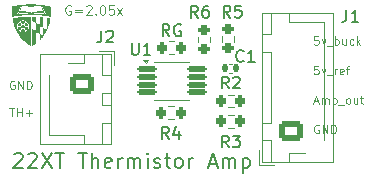
<source format=gto>
G04 #@! TF.GenerationSoftware,KiCad,Pcbnew,9.0.4*
G04 #@! TF.CreationDate,2025-12-20T00:07:52-05:00*
G04 #@! TF.ProjectId,thermistor circuit,74686572-6d69-4737-946f-722063697263,rev?*
G04 #@! TF.SameCoordinates,Original*
G04 #@! TF.FileFunction,Legend,Top*
G04 #@! TF.FilePolarity,Positive*
%FSLAX46Y46*%
G04 Gerber Fmt 4.6, Leading zero omitted, Abs format (unit mm)*
G04 Created by KiCad (PCBNEW 9.0.4) date 2025-12-20 00:07:52*
%MOMM*%
%LPD*%
G01*
G04 APERTURE LIST*
G04 Aperture macros list*
%AMRoundRect*
0 Rectangle with rounded corners*
0 $1 Rounding radius*
0 $2 $3 $4 $5 $6 $7 $8 $9 X,Y pos of 4 corners*
0 Add a 4 corners polygon primitive as box body*
4,1,4,$2,$3,$4,$5,$6,$7,$8,$9,$2,$3,0*
0 Add four circle primitives for the rounded corners*
1,1,$1+$1,$2,$3*
1,1,$1+$1,$4,$5*
1,1,$1+$1,$6,$7*
1,1,$1+$1,$8,$9*
0 Add four rect primitives between the rounded corners*
20,1,$1+$1,$2,$3,$4,$5,0*
20,1,$1+$1,$4,$5,$6,$7,0*
20,1,$1+$1,$6,$7,$8,$9,0*
20,1,$1+$1,$8,$9,$2,$3,0*%
G04 Aperture macros list end*
%ADD10C,0.100000*%
%ADD11C,0.158750*%
%ADD12C,0.150000*%
%ADD13C,0.120000*%
%ADD14C,0.000000*%
%ADD15RoundRect,0.200000X-0.200000X-0.275000X0.200000X-0.275000X0.200000X0.275000X-0.200000X0.275000X0*%
%ADD16RoundRect,0.125000X-0.687500X-0.125000X0.687500X-0.125000X0.687500X0.125000X-0.687500X0.125000X0*%
%ADD17RoundRect,0.200000X0.275000X-0.200000X0.275000X0.200000X-0.275000X0.200000X-0.275000X-0.200000X0*%
%ADD18RoundRect,0.200000X0.200000X0.275000X-0.200000X0.275000X-0.200000X-0.275000X0.200000X-0.275000X0*%
%ADD19RoundRect,0.140000X-0.140000X-0.170000X0.140000X-0.170000X0.140000X0.170000X-0.140000X0.170000X0*%
%ADD20C,1.200000*%
%ADD21RoundRect,0.250000X-0.750000X0.600000X-0.750000X-0.600000X0.750000X-0.600000X0.750000X0.600000X0*%
%ADD22O,2.000000X1.700000*%
%ADD23RoundRect,0.250000X0.725000X-0.600000X0.725000X0.600000X-0.725000X0.600000X-0.725000X-0.600000X0*%
%ADD24O,1.950000X1.700000*%
G04 APERTURE END LIST*
D10*
X201039123Y-79209133D02*
X200705789Y-79209133D01*
X200705789Y-79209133D02*
X200672456Y-79542466D01*
X200672456Y-79542466D02*
X200705789Y-79509133D01*
X200705789Y-79509133D02*
X200772456Y-79475800D01*
X200772456Y-79475800D02*
X200939123Y-79475800D01*
X200939123Y-79475800D02*
X201005789Y-79509133D01*
X201005789Y-79509133D02*
X201039123Y-79542466D01*
X201039123Y-79542466D02*
X201072456Y-79609133D01*
X201072456Y-79609133D02*
X201072456Y-79775800D01*
X201072456Y-79775800D02*
X201039123Y-79842466D01*
X201039123Y-79842466D02*
X201005789Y-79875800D01*
X201005789Y-79875800D02*
X200939123Y-79909133D01*
X200939123Y-79909133D02*
X200772456Y-79909133D01*
X200772456Y-79909133D02*
X200705789Y-79875800D01*
X200705789Y-79875800D02*
X200672456Y-79842466D01*
X201305790Y-79442466D02*
X201472456Y-79909133D01*
X201472456Y-79909133D02*
X201639123Y-79442466D01*
X201739123Y-79975800D02*
X202272456Y-79975800D01*
X202439122Y-79909133D02*
X202439122Y-79209133D01*
X202439122Y-79475800D02*
X202505789Y-79442466D01*
X202505789Y-79442466D02*
X202639122Y-79442466D01*
X202639122Y-79442466D02*
X202705789Y-79475800D01*
X202705789Y-79475800D02*
X202739122Y-79509133D01*
X202739122Y-79509133D02*
X202772456Y-79575800D01*
X202772456Y-79575800D02*
X202772456Y-79775800D01*
X202772456Y-79775800D02*
X202739122Y-79842466D01*
X202739122Y-79842466D02*
X202705789Y-79875800D01*
X202705789Y-79875800D02*
X202639122Y-79909133D01*
X202639122Y-79909133D02*
X202505789Y-79909133D01*
X202505789Y-79909133D02*
X202439122Y-79875800D01*
X203372455Y-79442466D02*
X203372455Y-79909133D01*
X203072455Y-79442466D02*
X203072455Y-79809133D01*
X203072455Y-79809133D02*
X203105789Y-79875800D01*
X203105789Y-79875800D02*
X203172455Y-79909133D01*
X203172455Y-79909133D02*
X203272455Y-79909133D01*
X203272455Y-79909133D02*
X203339122Y-79875800D01*
X203339122Y-79875800D02*
X203372455Y-79842466D01*
X204005788Y-79875800D02*
X203939122Y-79909133D01*
X203939122Y-79909133D02*
X203805788Y-79909133D01*
X203805788Y-79909133D02*
X203739122Y-79875800D01*
X203739122Y-79875800D02*
X203705788Y-79842466D01*
X203705788Y-79842466D02*
X203672455Y-79775800D01*
X203672455Y-79775800D02*
X203672455Y-79575800D01*
X203672455Y-79575800D02*
X203705788Y-79509133D01*
X203705788Y-79509133D02*
X203739122Y-79475800D01*
X203739122Y-79475800D02*
X203805788Y-79442466D01*
X203805788Y-79442466D02*
X203939122Y-79442466D01*
X203939122Y-79442466D02*
X204005788Y-79475800D01*
X204305788Y-79909133D02*
X204305788Y-79209133D01*
X204372455Y-79642466D02*
X204572455Y-79909133D01*
X204572455Y-79442466D02*
X204305788Y-79709133D01*
X201039123Y-81709133D02*
X200705789Y-81709133D01*
X200705789Y-81709133D02*
X200672456Y-82042466D01*
X200672456Y-82042466D02*
X200705789Y-82009133D01*
X200705789Y-82009133D02*
X200772456Y-81975800D01*
X200772456Y-81975800D02*
X200939123Y-81975800D01*
X200939123Y-81975800D02*
X201005789Y-82009133D01*
X201005789Y-82009133D02*
X201039123Y-82042466D01*
X201039123Y-82042466D02*
X201072456Y-82109133D01*
X201072456Y-82109133D02*
X201072456Y-82275800D01*
X201072456Y-82275800D02*
X201039123Y-82342466D01*
X201039123Y-82342466D02*
X201005789Y-82375800D01*
X201005789Y-82375800D02*
X200939123Y-82409133D01*
X200939123Y-82409133D02*
X200772456Y-82409133D01*
X200772456Y-82409133D02*
X200705789Y-82375800D01*
X200705789Y-82375800D02*
X200672456Y-82342466D01*
X201305790Y-81942466D02*
X201472456Y-82409133D01*
X201472456Y-82409133D02*
X201639123Y-81942466D01*
X201739123Y-82475800D02*
X202272456Y-82475800D01*
X202439122Y-82409133D02*
X202439122Y-81942466D01*
X202439122Y-82075800D02*
X202472456Y-82009133D01*
X202472456Y-82009133D02*
X202505789Y-81975800D01*
X202505789Y-81975800D02*
X202572456Y-81942466D01*
X202572456Y-81942466D02*
X202639122Y-81942466D01*
X203139122Y-82375800D02*
X203072455Y-82409133D01*
X203072455Y-82409133D02*
X202939122Y-82409133D01*
X202939122Y-82409133D02*
X202872455Y-82375800D01*
X202872455Y-82375800D02*
X202839122Y-82309133D01*
X202839122Y-82309133D02*
X202839122Y-82042466D01*
X202839122Y-82042466D02*
X202872455Y-81975800D01*
X202872455Y-81975800D02*
X202939122Y-81942466D01*
X202939122Y-81942466D02*
X203072455Y-81942466D01*
X203072455Y-81942466D02*
X203139122Y-81975800D01*
X203139122Y-81975800D02*
X203172455Y-82042466D01*
X203172455Y-82042466D02*
X203172455Y-82109133D01*
X203172455Y-82109133D02*
X202839122Y-82175800D01*
X203372455Y-81942466D02*
X203639122Y-81942466D01*
X203472455Y-82409133D02*
X203472455Y-81809133D01*
X203472455Y-81809133D02*
X203505789Y-81742466D01*
X203505789Y-81742466D02*
X203572455Y-81709133D01*
X203572455Y-81709133D02*
X203639122Y-81709133D01*
X201072456Y-86742466D02*
X201005789Y-86709133D01*
X201005789Y-86709133D02*
X200905789Y-86709133D01*
X200905789Y-86709133D02*
X200805789Y-86742466D01*
X200805789Y-86742466D02*
X200739123Y-86809133D01*
X200739123Y-86809133D02*
X200705789Y-86875800D01*
X200705789Y-86875800D02*
X200672456Y-87009133D01*
X200672456Y-87009133D02*
X200672456Y-87109133D01*
X200672456Y-87109133D02*
X200705789Y-87242466D01*
X200705789Y-87242466D02*
X200739123Y-87309133D01*
X200739123Y-87309133D02*
X200805789Y-87375800D01*
X200805789Y-87375800D02*
X200905789Y-87409133D01*
X200905789Y-87409133D02*
X200972456Y-87409133D01*
X200972456Y-87409133D02*
X201072456Y-87375800D01*
X201072456Y-87375800D02*
X201105789Y-87342466D01*
X201105789Y-87342466D02*
X201105789Y-87109133D01*
X201105789Y-87109133D02*
X200972456Y-87109133D01*
X201405789Y-87409133D02*
X201405789Y-86709133D01*
X201405789Y-86709133D02*
X201805789Y-87409133D01*
X201805789Y-87409133D02*
X201805789Y-86709133D01*
X202139122Y-87409133D02*
X202139122Y-86709133D01*
X202139122Y-86709133D02*
X202305789Y-86709133D01*
X202305789Y-86709133D02*
X202405789Y-86742466D01*
X202405789Y-86742466D02*
X202472456Y-86809133D01*
X202472456Y-86809133D02*
X202505789Y-86875800D01*
X202505789Y-86875800D02*
X202539122Y-87009133D01*
X202539122Y-87009133D02*
X202539122Y-87109133D01*
X202539122Y-87109133D02*
X202505789Y-87242466D01*
X202505789Y-87242466D02*
X202472456Y-87309133D01*
X202472456Y-87309133D02*
X202405789Y-87375800D01*
X202405789Y-87375800D02*
X202305789Y-87409133D01*
X202305789Y-87409133D02*
X202139122Y-87409133D01*
D11*
X175271429Y-89180223D02*
X175331905Y-89119747D01*
X175331905Y-89119747D02*
X175452858Y-89059271D01*
X175452858Y-89059271D02*
X175755239Y-89059271D01*
X175755239Y-89059271D02*
X175876191Y-89119747D01*
X175876191Y-89119747D02*
X175936667Y-89180223D01*
X175936667Y-89180223D02*
X175997144Y-89301175D01*
X175997144Y-89301175D02*
X175997144Y-89422128D01*
X175997144Y-89422128D02*
X175936667Y-89603556D01*
X175936667Y-89603556D02*
X175210953Y-90329271D01*
X175210953Y-90329271D02*
X175997144Y-90329271D01*
X176480953Y-89180223D02*
X176541429Y-89119747D01*
X176541429Y-89119747D02*
X176662382Y-89059271D01*
X176662382Y-89059271D02*
X176964763Y-89059271D01*
X176964763Y-89059271D02*
X177085715Y-89119747D01*
X177085715Y-89119747D02*
X177146191Y-89180223D01*
X177146191Y-89180223D02*
X177206668Y-89301175D01*
X177206668Y-89301175D02*
X177206668Y-89422128D01*
X177206668Y-89422128D02*
X177146191Y-89603556D01*
X177146191Y-89603556D02*
X176420477Y-90329271D01*
X176420477Y-90329271D02*
X177206668Y-90329271D01*
X177630001Y-89059271D02*
X178476668Y-90329271D01*
X178476668Y-89059271D02*
X177630001Y-90329271D01*
X178779049Y-89059271D02*
X179504763Y-89059271D01*
X179141906Y-90329271D02*
X179141906Y-89059271D01*
X180714287Y-89059271D02*
X181440001Y-89059271D01*
X181077144Y-90329271D02*
X181077144Y-89059271D01*
X181863334Y-90329271D02*
X181863334Y-89059271D01*
X182407620Y-90329271D02*
X182407620Y-89664033D01*
X182407620Y-89664033D02*
X182347144Y-89543080D01*
X182347144Y-89543080D02*
X182226192Y-89482604D01*
X182226192Y-89482604D02*
X182044763Y-89482604D01*
X182044763Y-89482604D02*
X181923811Y-89543080D01*
X181923811Y-89543080D02*
X181863334Y-89603556D01*
X183496192Y-90268795D02*
X183375240Y-90329271D01*
X183375240Y-90329271D02*
X183133335Y-90329271D01*
X183133335Y-90329271D02*
X183012382Y-90268795D01*
X183012382Y-90268795D02*
X182951906Y-90147842D01*
X182951906Y-90147842D02*
X182951906Y-89664033D01*
X182951906Y-89664033D02*
X183012382Y-89543080D01*
X183012382Y-89543080D02*
X183133335Y-89482604D01*
X183133335Y-89482604D02*
X183375240Y-89482604D01*
X183375240Y-89482604D02*
X183496192Y-89543080D01*
X183496192Y-89543080D02*
X183556668Y-89664033D01*
X183556668Y-89664033D02*
X183556668Y-89784985D01*
X183556668Y-89784985D02*
X182951906Y-89905937D01*
X184100953Y-90329271D02*
X184100953Y-89482604D01*
X184100953Y-89724509D02*
X184161430Y-89603556D01*
X184161430Y-89603556D02*
X184221906Y-89543080D01*
X184221906Y-89543080D02*
X184342858Y-89482604D01*
X184342858Y-89482604D02*
X184463811Y-89482604D01*
X184887143Y-90329271D02*
X184887143Y-89482604D01*
X184887143Y-89603556D02*
X184947620Y-89543080D01*
X184947620Y-89543080D02*
X185068572Y-89482604D01*
X185068572Y-89482604D02*
X185250001Y-89482604D01*
X185250001Y-89482604D02*
X185370953Y-89543080D01*
X185370953Y-89543080D02*
X185431429Y-89664033D01*
X185431429Y-89664033D02*
X185431429Y-90329271D01*
X185431429Y-89664033D02*
X185491905Y-89543080D01*
X185491905Y-89543080D02*
X185612858Y-89482604D01*
X185612858Y-89482604D02*
X185794286Y-89482604D01*
X185794286Y-89482604D02*
X185915239Y-89543080D01*
X185915239Y-89543080D02*
X185975715Y-89664033D01*
X185975715Y-89664033D02*
X185975715Y-90329271D01*
X186580476Y-90329271D02*
X186580476Y-89482604D01*
X186580476Y-89059271D02*
X186520000Y-89119747D01*
X186520000Y-89119747D02*
X186580476Y-89180223D01*
X186580476Y-89180223D02*
X186640953Y-89119747D01*
X186640953Y-89119747D02*
X186580476Y-89059271D01*
X186580476Y-89059271D02*
X186580476Y-89180223D01*
X187124762Y-90268795D02*
X187245715Y-90329271D01*
X187245715Y-90329271D02*
X187487619Y-90329271D01*
X187487619Y-90329271D02*
X187608572Y-90268795D01*
X187608572Y-90268795D02*
X187669048Y-90147842D01*
X187669048Y-90147842D02*
X187669048Y-90087366D01*
X187669048Y-90087366D02*
X187608572Y-89966414D01*
X187608572Y-89966414D02*
X187487619Y-89905937D01*
X187487619Y-89905937D02*
X187306191Y-89905937D01*
X187306191Y-89905937D02*
X187185238Y-89845461D01*
X187185238Y-89845461D02*
X187124762Y-89724509D01*
X187124762Y-89724509D02*
X187124762Y-89664033D01*
X187124762Y-89664033D02*
X187185238Y-89543080D01*
X187185238Y-89543080D02*
X187306191Y-89482604D01*
X187306191Y-89482604D02*
X187487619Y-89482604D01*
X187487619Y-89482604D02*
X187608572Y-89543080D01*
X188031905Y-89482604D02*
X188515714Y-89482604D01*
X188213333Y-89059271D02*
X188213333Y-90147842D01*
X188213333Y-90147842D02*
X188273810Y-90268795D01*
X188273810Y-90268795D02*
X188394762Y-90329271D01*
X188394762Y-90329271D02*
X188515714Y-90329271D01*
X189120476Y-90329271D02*
X188999524Y-90268795D01*
X188999524Y-90268795D02*
X188939047Y-90208318D01*
X188939047Y-90208318D02*
X188878571Y-90087366D01*
X188878571Y-90087366D02*
X188878571Y-89724509D01*
X188878571Y-89724509D02*
X188939047Y-89603556D01*
X188939047Y-89603556D02*
X188999524Y-89543080D01*
X188999524Y-89543080D02*
X189120476Y-89482604D01*
X189120476Y-89482604D02*
X189301905Y-89482604D01*
X189301905Y-89482604D02*
X189422857Y-89543080D01*
X189422857Y-89543080D02*
X189483333Y-89603556D01*
X189483333Y-89603556D02*
X189543809Y-89724509D01*
X189543809Y-89724509D02*
X189543809Y-90087366D01*
X189543809Y-90087366D02*
X189483333Y-90208318D01*
X189483333Y-90208318D02*
X189422857Y-90268795D01*
X189422857Y-90268795D02*
X189301905Y-90329271D01*
X189301905Y-90329271D02*
X189120476Y-90329271D01*
X190088095Y-90329271D02*
X190088095Y-89482604D01*
X190088095Y-89724509D02*
X190148572Y-89603556D01*
X190148572Y-89603556D02*
X190209048Y-89543080D01*
X190209048Y-89543080D02*
X190330000Y-89482604D01*
X190330000Y-89482604D02*
X190450953Y-89482604D01*
X191781428Y-89966414D02*
X192386190Y-89966414D01*
X191660476Y-90329271D02*
X192083809Y-89059271D01*
X192083809Y-89059271D02*
X192507143Y-90329271D01*
X192930475Y-90329271D02*
X192930475Y-89482604D01*
X192930475Y-89603556D02*
X192990952Y-89543080D01*
X192990952Y-89543080D02*
X193111904Y-89482604D01*
X193111904Y-89482604D02*
X193293333Y-89482604D01*
X193293333Y-89482604D02*
X193414285Y-89543080D01*
X193414285Y-89543080D02*
X193474761Y-89664033D01*
X193474761Y-89664033D02*
X193474761Y-90329271D01*
X193474761Y-89664033D02*
X193535237Y-89543080D01*
X193535237Y-89543080D02*
X193656190Y-89482604D01*
X193656190Y-89482604D02*
X193837618Y-89482604D01*
X193837618Y-89482604D02*
X193958571Y-89543080D01*
X193958571Y-89543080D02*
X194019047Y-89664033D01*
X194019047Y-89664033D02*
X194019047Y-90329271D01*
X194623808Y-89482604D02*
X194623808Y-90752604D01*
X194623808Y-89543080D02*
X194744761Y-89482604D01*
X194744761Y-89482604D02*
X194986666Y-89482604D01*
X194986666Y-89482604D02*
X195107618Y-89543080D01*
X195107618Y-89543080D02*
X195168094Y-89603556D01*
X195168094Y-89603556D02*
X195228570Y-89724509D01*
X195228570Y-89724509D02*
X195228570Y-90087366D01*
X195228570Y-90087366D02*
X195168094Y-90208318D01*
X195168094Y-90208318D02*
X195107618Y-90268795D01*
X195107618Y-90268795D02*
X194986666Y-90329271D01*
X194986666Y-90329271D02*
X194744761Y-90329271D01*
X194744761Y-90329271D02*
X194623808Y-90268795D01*
D10*
X174882455Y-85234133D02*
X175282455Y-85234133D01*
X175082455Y-85934133D02*
X175082455Y-85234133D01*
X175515788Y-85934133D02*
X175515788Y-85234133D01*
X175515788Y-85567466D02*
X175915788Y-85567466D01*
X175915788Y-85934133D02*
X175915788Y-85234133D01*
X176249121Y-85667466D02*
X176782455Y-85667466D01*
X176515788Y-85934133D02*
X176515788Y-85400800D01*
X180057142Y-76602990D02*
X179980952Y-76564895D01*
X179980952Y-76564895D02*
X179866666Y-76564895D01*
X179866666Y-76564895D02*
X179752380Y-76602990D01*
X179752380Y-76602990D02*
X179676190Y-76679180D01*
X179676190Y-76679180D02*
X179638095Y-76755371D01*
X179638095Y-76755371D02*
X179599999Y-76907752D01*
X179599999Y-76907752D02*
X179599999Y-77022038D01*
X179599999Y-77022038D02*
X179638095Y-77174419D01*
X179638095Y-77174419D02*
X179676190Y-77250609D01*
X179676190Y-77250609D02*
X179752380Y-77326800D01*
X179752380Y-77326800D02*
X179866666Y-77364895D01*
X179866666Y-77364895D02*
X179942857Y-77364895D01*
X179942857Y-77364895D02*
X180057142Y-77326800D01*
X180057142Y-77326800D02*
X180095238Y-77288704D01*
X180095238Y-77288704D02*
X180095238Y-77022038D01*
X180095238Y-77022038D02*
X179942857Y-77022038D01*
X180438095Y-76945847D02*
X181047619Y-76945847D01*
X181047619Y-77174419D02*
X180438095Y-77174419D01*
X181390475Y-76641085D02*
X181428571Y-76602990D01*
X181428571Y-76602990D02*
X181504761Y-76564895D01*
X181504761Y-76564895D02*
X181695237Y-76564895D01*
X181695237Y-76564895D02*
X181771428Y-76602990D01*
X181771428Y-76602990D02*
X181809523Y-76641085D01*
X181809523Y-76641085D02*
X181847618Y-76717276D01*
X181847618Y-76717276D02*
X181847618Y-76793466D01*
X181847618Y-76793466D02*
X181809523Y-76907752D01*
X181809523Y-76907752D02*
X181352380Y-77364895D01*
X181352380Y-77364895D02*
X181847618Y-77364895D01*
X182190476Y-77288704D02*
X182228571Y-77326800D01*
X182228571Y-77326800D02*
X182190476Y-77364895D01*
X182190476Y-77364895D02*
X182152380Y-77326800D01*
X182152380Y-77326800D02*
X182190476Y-77288704D01*
X182190476Y-77288704D02*
X182190476Y-77364895D01*
X182723809Y-76564895D02*
X182799999Y-76564895D01*
X182799999Y-76564895D02*
X182876190Y-76602990D01*
X182876190Y-76602990D02*
X182914285Y-76641085D01*
X182914285Y-76641085D02*
X182952380Y-76717276D01*
X182952380Y-76717276D02*
X182990475Y-76869657D01*
X182990475Y-76869657D02*
X182990475Y-77060133D01*
X182990475Y-77060133D02*
X182952380Y-77212514D01*
X182952380Y-77212514D02*
X182914285Y-77288704D01*
X182914285Y-77288704D02*
X182876190Y-77326800D01*
X182876190Y-77326800D02*
X182799999Y-77364895D01*
X182799999Y-77364895D02*
X182723809Y-77364895D01*
X182723809Y-77364895D02*
X182647618Y-77326800D01*
X182647618Y-77326800D02*
X182609523Y-77288704D01*
X182609523Y-77288704D02*
X182571428Y-77212514D01*
X182571428Y-77212514D02*
X182533332Y-77060133D01*
X182533332Y-77060133D02*
X182533332Y-76869657D01*
X182533332Y-76869657D02*
X182571428Y-76717276D01*
X182571428Y-76717276D02*
X182609523Y-76641085D01*
X182609523Y-76641085D02*
X182647618Y-76602990D01*
X182647618Y-76602990D02*
X182723809Y-76564895D01*
X183714285Y-76564895D02*
X183333333Y-76564895D01*
X183333333Y-76564895D02*
X183295237Y-76945847D01*
X183295237Y-76945847D02*
X183333333Y-76907752D01*
X183333333Y-76907752D02*
X183409523Y-76869657D01*
X183409523Y-76869657D02*
X183599999Y-76869657D01*
X183599999Y-76869657D02*
X183676190Y-76907752D01*
X183676190Y-76907752D02*
X183714285Y-76945847D01*
X183714285Y-76945847D02*
X183752380Y-77022038D01*
X183752380Y-77022038D02*
X183752380Y-77212514D01*
X183752380Y-77212514D02*
X183714285Y-77288704D01*
X183714285Y-77288704D02*
X183676190Y-77326800D01*
X183676190Y-77326800D02*
X183599999Y-77364895D01*
X183599999Y-77364895D02*
X183409523Y-77364895D01*
X183409523Y-77364895D02*
X183333333Y-77326800D01*
X183333333Y-77326800D02*
X183295237Y-77288704D01*
X184019047Y-77364895D02*
X184438095Y-76831561D01*
X184019047Y-76831561D02*
X184438095Y-77364895D01*
X200672456Y-84709133D02*
X201005789Y-84709133D01*
X200605789Y-84909133D02*
X200839123Y-84209133D01*
X200839123Y-84209133D02*
X201072456Y-84909133D01*
X201305789Y-84909133D02*
X201305789Y-84442466D01*
X201305789Y-84509133D02*
X201339123Y-84475800D01*
X201339123Y-84475800D02*
X201405789Y-84442466D01*
X201405789Y-84442466D02*
X201505789Y-84442466D01*
X201505789Y-84442466D02*
X201572456Y-84475800D01*
X201572456Y-84475800D02*
X201605789Y-84542466D01*
X201605789Y-84542466D02*
X201605789Y-84909133D01*
X201605789Y-84542466D02*
X201639123Y-84475800D01*
X201639123Y-84475800D02*
X201705789Y-84442466D01*
X201705789Y-84442466D02*
X201805789Y-84442466D01*
X201805789Y-84442466D02*
X201872456Y-84475800D01*
X201872456Y-84475800D02*
X201905789Y-84542466D01*
X201905789Y-84542466D02*
X201905789Y-84909133D01*
X202239122Y-84442466D02*
X202239122Y-85142466D01*
X202239122Y-84475800D02*
X202305789Y-84442466D01*
X202305789Y-84442466D02*
X202439122Y-84442466D01*
X202439122Y-84442466D02*
X202505789Y-84475800D01*
X202505789Y-84475800D02*
X202539122Y-84509133D01*
X202539122Y-84509133D02*
X202572456Y-84575800D01*
X202572456Y-84575800D02*
X202572456Y-84775800D01*
X202572456Y-84775800D02*
X202539122Y-84842466D01*
X202539122Y-84842466D02*
X202505789Y-84875800D01*
X202505789Y-84875800D02*
X202439122Y-84909133D01*
X202439122Y-84909133D02*
X202305789Y-84909133D01*
X202305789Y-84909133D02*
X202239122Y-84875800D01*
X202705789Y-84975800D02*
X203239122Y-84975800D01*
X203505788Y-84909133D02*
X203439122Y-84875800D01*
X203439122Y-84875800D02*
X203405788Y-84842466D01*
X203405788Y-84842466D02*
X203372455Y-84775800D01*
X203372455Y-84775800D02*
X203372455Y-84575800D01*
X203372455Y-84575800D02*
X203405788Y-84509133D01*
X203405788Y-84509133D02*
X203439122Y-84475800D01*
X203439122Y-84475800D02*
X203505788Y-84442466D01*
X203505788Y-84442466D02*
X203605788Y-84442466D01*
X203605788Y-84442466D02*
X203672455Y-84475800D01*
X203672455Y-84475800D02*
X203705788Y-84509133D01*
X203705788Y-84509133D02*
X203739122Y-84575800D01*
X203739122Y-84575800D02*
X203739122Y-84775800D01*
X203739122Y-84775800D02*
X203705788Y-84842466D01*
X203705788Y-84842466D02*
X203672455Y-84875800D01*
X203672455Y-84875800D02*
X203605788Y-84909133D01*
X203605788Y-84909133D02*
X203505788Y-84909133D01*
X204339121Y-84442466D02*
X204339121Y-84909133D01*
X204039121Y-84442466D02*
X204039121Y-84809133D01*
X204039121Y-84809133D02*
X204072455Y-84875800D01*
X204072455Y-84875800D02*
X204139121Y-84909133D01*
X204139121Y-84909133D02*
X204239121Y-84909133D01*
X204239121Y-84909133D02*
X204305788Y-84875800D01*
X204305788Y-84875800D02*
X204339121Y-84842466D01*
X204572454Y-84442466D02*
X204839121Y-84442466D01*
X204672454Y-84209133D02*
X204672454Y-84809133D01*
X204672454Y-84809133D02*
X204705788Y-84875800D01*
X204705788Y-84875800D02*
X204772454Y-84909133D01*
X204772454Y-84909133D02*
X204839121Y-84909133D01*
X175305788Y-82992466D02*
X175239121Y-82959133D01*
X175239121Y-82959133D02*
X175139121Y-82959133D01*
X175139121Y-82959133D02*
X175039121Y-82992466D01*
X175039121Y-82992466D02*
X174972455Y-83059133D01*
X174972455Y-83059133D02*
X174939121Y-83125800D01*
X174939121Y-83125800D02*
X174905788Y-83259133D01*
X174905788Y-83259133D02*
X174905788Y-83359133D01*
X174905788Y-83359133D02*
X174939121Y-83492466D01*
X174939121Y-83492466D02*
X174972455Y-83559133D01*
X174972455Y-83559133D02*
X175039121Y-83625800D01*
X175039121Y-83625800D02*
X175139121Y-83659133D01*
X175139121Y-83659133D02*
X175205788Y-83659133D01*
X175205788Y-83659133D02*
X175305788Y-83625800D01*
X175305788Y-83625800D02*
X175339121Y-83592466D01*
X175339121Y-83592466D02*
X175339121Y-83359133D01*
X175339121Y-83359133D02*
X175205788Y-83359133D01*
X175639121Y-83659133D02*
X175639121Y-82959133D01*
X175639121Y-82959133D02*
X176039121Y-83659133D01*
X176039121Y-83659133D02*
X176039121Y-82959133D01*
X176372454Y-83659133D02*
X176372454Y-82959133D01*
X176372454Y-82959133D02*
X176539121Y-82959133D01*
X176539121Y-82959133D02*
X176639121Y-82992466D01*
X176639121Y-82992466D02*
X176705788Y-83059133D01*
X176705788Y-83059133D02*
X176739121Y-83125800D01*
X176739121Y-83125800D02*
X176772454Y-83259133D01*
X176772454Y-83259133D02*
X176772454Y-83359133D01*
X176772454Y-83359133D02*
X176739121Y-83492466D01*
X176739121Y-83492466D02*
X176705788Y-83559133D01*
X176705788Y-83559133D02*
X176639121Y-83625800D01*
X176639121Y-83625800D02*
X176539121Y-83659133D01*
X176539121Y-83659133D02*
X176372454Y-83659133D01*
D12*
X188423363Y-79174819D02*
X188090030Y-78698628D01*
X187851935Y-79174819D02*
X187851935Y-78174819D01*
X187851935Y-78174819D02*
X188232887Y-78174819D01*
X188232887Y-78174819D02*
X188328125Y-78222438D01*
X188328125Y-78222438D02*
X188375744Y-78270057D01*
X188375744Y-78270057D02*
X188423363Y-78365295D01*
X188423363Y-78365295D02*
X188423363Y-78508152D01*
X188423363Y-78508152D02*
X188375744Y-78603390D01*
X188375744Y-78603390D02*
X188328125Y-78651009D01*
X188328125Y-78651009D02*
X188232887Y-78698628D01*
X188232887Y-78698628D02*
X187851935Y-78698628D01*
X189375744Y-78222438D02*
X189280506Y-78174819D01*
X189280506Y-78174819D02*
X189137649Y-78174819D01*
X189137649Y-78174819D02*
X188994792Y-78222438D01*
X188994792Y-78222438D02*
X188899554Y-78317676D01*
X188899554Y-78317676D02*
X188851935Y-78412914D01*
X188851935Y-78412914D02*
X188804316Y-78603390D01*
X188804316Y-78603390D02*
X188804316Y-78746247D01*
X188804316Y-78746247D02*
X188851935Y-78936723D01*
X188851935Y-78936723D02*
X188899554Y-79031961D01*
X188899554Y-79031961D02*
X188994792Y-79127200D01*
X188994792Y-79127200D02*
X189137649Y-79174819D01*
X189137649Y-79174819D02*
X189232887Y-79174819D01*
X189232887Y-79174819D02*
X189375744Y-79127200D01*
X189375744Y-79127200D02*
X189423363Y-79079580D01*
X189423363Y-79079580D02*
X189423363Y-78746247D01*
X189423363Y-78746247D02*
X189232887Y-78746247D01*
X185238095Y-79754819D02*
X185238095Y-80564342D01*
X185238095Y-80564342D02*
X185285714Y-80659580D01*
X185285714Y-80659580D02*
X185333333Y-80707200D01*
X185333333Y-80707200D02*
X185428571Y-80754819D01*
X185428571Y-80754819D02*
X185619047Y-80754819D01*
X185619047Y-80754819D02*
X185714285Y-80707200D01*
X185714285Y-80707200D02*
X185761904Y-80659580D01*
X185761904Y-80659580D02*
X185809523Y-80564342D01*
X185809523Y-80564342D02*
X185809523Y-79754819D01*
X186809523Y-80754819D02*
X186238095Y-80754819D01*
X186523809Y-80754819D02*
X186523809Y-79754819D01*
X186523809Y-79754819D02*
X186428571Y-79897676D01*
X186428571Y-79897676D02*
X186333333Y-79992914D01*
X186333333Y-79992914D02*
X186238095Y-80040533D01*
X193447173Y-88604819D02*
X193113840Y-88128628D01*
X192875745Y-88604819D02*
X192875745Y-87604819D01*
X192875745Y-87604819D02*
X193256697Y-87604819D01*
X193256697Y-87604819D02*
X193351935Y-87652438D01*
X193351935Y-87652438D02*
X193399554Y-87700057D01*
X193399554Y-87700057D02*
X193447173Y-87795295D01*
X193447173Y-87795295D02*
X193447173Y-87938152D01*
X193447173Y-87938152D02*
X193399554Y-88033390D01*
X193399554Y-88033390D02*
X193351935Y-88081009D01*
X193351935Y-88081009D02*
X193256697Y-88128628D01*
X193256697Y-88128628D02*
X192875745Y-88128628D01*
X193780507Y-87604819D02*
X194399554Y-87604819D01*
X194399554Y-87604819D02*
X194066221Y-87985771D01*
X194066221Y-87985771D02*
X194209078Y-87985771D01*
X194209078Y-87985771D02*
X194304316Y-88033390D01*
X194304316Y-88033390D02*
X194351935Y-88081009D01*
X194351935Y-88081009D02*
X194399554Y-88176247D01*
X194399554Y-88176247D02*
X194399554Y-88414342D01*
X194399554Y-88414342D02*
X194351935Y-88509580D01*
X194351935Y-88509580D02*
X194304316Y-88557200D01*
X194304316Y-88557200D02*
X194209078Y-88604819D01*
X194209078Y-88604819D02*
X193923364Y-88604819D01*
X193923364Y-88604819D02*
X193828126Y-88557200D01*
X193828126Y-88557200D02*
X193780507Y-88509580D01*
X190833333Y-77604819D02*
X190500000Y-77128628D01*
X190261905Y-77604819D02*
X190261905Y-76604819D01*
X190261905Y-76604819D02*
X190642857Y-76604819D01*
X190642857Y-76604819D02*
X190738095Y-76652438D01*
X190738095Y-76652438D02*
X190785714Y-76700057D01*
X190785714Y-76700057D02*
X190833333Y-76795295D01*
X190833333Y-76795295D02*
X190833333Y-76938152D01*
X190833333Y-76938152D02*
X190785714Y-77033390D01*
X190785714Y-77033390D02*
X190738095Y-77081009D01*
X190738095Y-77081009D02*
X190642857Y-77128628D01*
X190642857Y-77128628D02*
X190261905Y-77128628D01*
X191690476Y-76604819D02*
X191500000Y-76604819D01*
X191500000Y-76604819D02*
X191404762Y-76652438D01*
X191404762Y-76652438D02*
X191357143Y-76700057D01*
X191357143Y-76700057D02*
X191261905Y-76842914D01*
X191261905Y-76842914D02*
X191214286Y-77033390D01*
X191214286Y-77033390D02*
X191214286Y-77414342D01*
X191214286Y-77414342D02*
X191261905Y-77509580D01*
X191261905Y-77509580D02*
X191309524Y-77557200D01*
X191309524Y-77557200D02*
X191404762Y-77604819D01*
X191404762Y-77604819D02*
X191595238Y-77604819D01*
X191595238Y-77604819D02*
X191690476Y-77557200D01*
X191690476Y-77557200D02*
X191738095Y-77509580D01*
X191738095Y-77509580D02*
X191785714Y-77414342D01*
X191785714Y-77414342D02*
X191785714Y-77176247D01*
X191785714Y-77176247D02*
X191738095Y-77081009D01*
X191738095Y-77081009D02*
X191690476Y-77033390D01*
X191690476Y-77033390D02*
X191595238Y-76985771D01*
X191595238Y-76985771D02*
X191404762Y-76985771D01*
X191404762Y-76985771D02*
X191309524Y-77033390D01*
X191309524Y-77033390D02*
X191261905Y-77081009D01*
X191261905Y-77081009D02*
X191214286Y-77176247D01*
X193447173Y-83604819D02*
X193113840Y-83128628D01*
X192875745Y-83604819D02*
X192875745Y-82604819D01*
X192875745Y-82604819D02*
X193256697Y-82604819D01*
X193256697Y-82604819D02*
X193351935Y-82652438D01*
X193351935Y-82652438D02*
X193399554Y-82700057D01*
X193399554Y-82700057D02*
X193447173Y-82795295D01*
X193447173Y-82795295D02*
X193447173Y-82938152D01*
X193447173Y-82938152D02*
X193399554Y-83033390D01*
X193399554Y-83033390D02*
X193351935Y-83081009D01*
X193351935Y-83081009D02*
X193256697Y-83128628D01*
X193256697Y-83128628D02*
X192875745Y-83128628D01*
X193828126Y-82700057D02*
X193875745Y-82652438D01*
X193875745Y-82652438D02*
X193970983Y-82604819D01*
X193970983Y-82604819D02*
X194209078Y-82604819D01*
X194209078Y-82604819D02*
X194304316Y-82652438D01*
X194304316Y-82652438D02*
X194351935Y-82700057D01*
X194351935Y-82700057D02*
X194399554Y-82795295D01*
X194399554Y-82795295D02*
X194399554Y-82890533D01*
X194399554Y-82890533D02*
X194351935Y-83033390D01*
X194351935Y-83033390D02*
X193780507Y-83604819D01*
X193780507Y-83604819D02*
X194399554Y-83604819D01*
X188372173Y-87854819D02*
X188038840Y-87378628D01*
X187800745Y-87854819D02*
X187800745Y-86854819D01*
X187800745Y-86854819D02*
X188181697Y-86854819D01*
X188181697Y-86854819D02*
X188276935Y-86902438D01*
X188276935Y-86902438D02*
X188324554Y-86950057D01*
X188324554Y-86950057D02*
X188372173Y-87045295D01*
X188372173Y-87045295D02*
X188372173Y-87188152D01*
X188372173Y-87188152D02*
X188324554Y-87283390D01*
X188324554Y-87283390D02*
X188276935Y-87331009D01*
X188276935Y-87331009D02*
X188181697Y-87378628D01*
X188181697Y-87378628D02*
X187800745Y-87378628D01*
X189229316Y-87188152D02*
X189229316Y-87854819D01*
X188991221Y-86807200D02*
X188753126Y-87521485D01*
X188753126Y-87521485D02*
X189372173Y-87521485D01*
X193583333Y-77604819D02*
X193250000Y-77128628D01*
X193011905Y-77604819D02*
X193011905Y-76604819D01*
X193011905Y-76604819D02*
X193392857Y-76604819D01*
X193392857Y-76604819D02*
X193488095Y-76652438D01*
X193488095Y-76652438D02*
X193535714Y-76700057D01*
X193535714Y-76700057D02*
X193583333Y-76795295D01*
X193583333Y-76795295D02*
X193583333Y-76938152D01*
X193583333Y-76938152D02*
X193535714Y-77033390D01*
X193535714Y-77033390D02*
X193488095Y-77081009D01*
X193488095Y-77081009D02*
X193392857Y-77128628D01*
X193392857Y-77128628D02*
X193011905Y-77128628D01*
X194488095Y-76604819D02*
X194011905Y-76604819D01*
X194011905Y-76604819D02*
X193964286Y-77081009D01*
X193964286Y-77081009D02*
X194011905Y-77033390D01*
X194011905Y-77033390D02*
X194107143Y-76985771D01*
X194107143Y-76985771D02*
X194345238Y-76985771D01*
X194345238Y-76985771D02*
X194440476Y-77033390D01*
X194440476Y-77033390D02*
X194488095Y-77081009D01*
X194488095Y-77081009D02*
X194535714Y-77176247D01*
X194535714Y-77176247D02*
X194535714Y-77414342D01*
X194535714Y-77414342D02*
X194488095Y-77509580D01*
X194488095Y-77509580D02*
X194440476Y-77557200D01*
X194440476Y-77557200D02*
X194345238Y-77604819D01*
X194345238Y-77604819D02*
X194107143Y-77604819D01*
X194107143Y-77604819D02*
X194011905Y-77557200D01*
X194011905Y-77557200D02*
X193964286Y-77509580D01*
X194697173Y-81259580D02*
X194649554Y-81307200D01*
X194649554Y-81307200D02*
X194506697Y-81354819D01*
X194506697Y-81354819D02*
X194411459Y-81354819D01*
X194411459Y-81354819D02*
X194268602Y-81307200D01*
X194268602Y-81307200D02*
X194173364Y-81211961D01*
X194173364Y-81211961D02*
X194125745Y-81116723D01*
X194125745Y-81116723D02*
X194078126Y-80926247D01*
X194078126Y-80926247D02*
X194078126Y-80783390D01*
X194078126Y-80783390D02*
X194125745Y-80592914D01*
X194125745Y-80592914D02*
X194173364Y-80497676D01*
X194173364Y-80497676D02*
X194268602Y-80402438D01*
X194268602Y-80402438D02*
X194411459Y-80354819D01*
X194411459Y-80354819D02*
X194506697Y-80354819D01*
X194506697Y-80354819D02*
X194649554Y-80402438D01*
X194649554Y-80402438D02*
X194697173Y-80450057D01*
X195649554Y-81354819D02*
X195078126Y-81354819D01*
X195363840Y-81354819D02*
X195363840Y-80354819D01*
X195363840Y-80354819D02*
X195268602Y-80497676D01*
X195268602Y-80497676D02*
X195173364Y-80592914D01*
X195173364Y-80592914D02*
X195078126Y-80640533D01*
X182666666Y-78704819D02*
X182666666Y-79419104D01*
X182666666Y-79419104D02*
X182619047Y-79561961D01*
X182619047Y-79561961D02*
X182523809Y-79657200D01*
X182523809Y-79657200D02*
X182380952Y-79704819D01*
X182380952Y-79704819D02*
X182285714Y-79704819D01*
X183095238Y-78800057D02*
X183142857Y-78752438D01*
X183142857Y-78752438D02*
X183238095Y-78704819D01*
X183238095Y-78704819D02*
X183476190Y-78704819D01*
X183476190Y-78704819D02*
X183571428Y-78752438D01*
X183571428Y-78752438D02*
X183619047Y-78800057D01*
X183619047Y-78800057D02*
X183666666Y-78895295D01*
X183666666Y-78895295D02*
X183666666Y-78990533D01*
X183666666Y-78990533D02*
X183619047Y-79133390D01*
X183619047Y-79133390D02*
X183047619Y-79704819D01*
X183047619Y-79704819D02*
X183666666Y-79704819D01*
X203416666Y-76954819D02*
X203416666Y-77669104D01*
X203416666Y-77669104D02*
X203369047Y-77811961D01*
X203369047Y-77811961D02*
X203273809Y-77907200D01*
X203273809Y-77907200D02*
X203130952Y-77954819D01*
X203130952Y-77954819D02*
X203035714Y-77954819D01*
X204416666Y-77954819D02*
X203845238Y-77954819D01*
X204130952Y-77954819D02*
X204130952Y-76954819D01*
X204130952Y-76954819D02*
X204035714Y-77097676D01*
X204035714Y-77097676D02*
X203940476Y-77192914D01*
X203940476Y-77192914D02*
X203845238Y-77240533D01*
D13*
X188376582Y-80672500D02*
X188851098Y-80672500D01*
X188376582Y-79627500D02*
X188851098Y-79627500D01*
X186401340Y-81490000D02*
X186161340Y-81160000D01*
X186641340Y-81160000D01*
X186401340Y-81490000D01*
G36*
X186401340Y-81490000D02*
G01*
X186161340Y-81160000D01*
X186641340Y-81160000D01*
X186401340Y-81490000D01*
G37*
X188613840Y-84585000D02*
X190113840Y-84585000D01*
X188613840Y-84585000D02*
X187113840Y-84585000D01*
X188613840Y-81365000D02*
X190113840Y-81365000D01*
X188613840Y-81365000D02*
X187113840Y-81365000D01*
D14*
G36*
X176887444Y-77526710D02*
G01*
X176916161Y-77527401D01*
X176945180Y-77528202D01*
X176975241Y-77529140D01*
X177007089Y-77530239D01*
X177041466Y-77531523D01*
X177079115Y-77533018D01*
X177091221Y-77533514D01*
X177125715Y-77534935D01*
X177125715Y-77799303D01*
X177125702Y-77832385D01*
X177125666Y-77864269D01*
X177125607Y-77894703D01*
X177125527Y-77923432D01*
X177125428Y-77950204D01*
X177125311Y-77974764D01*
X177125177Y-77996860D01*
X177125029Y-78016237D01*
X177124868Y-78032644D01*
X177124694Y-78045825D01*
X177124511Y-78055527D01*
X177124319Y-78061498D01*
X177124123Y-78063485D01*
X177122154Y-78062310D01*
X177116913Y-78058959D01*
X177108658Y-78053602D01*
X177097651Y-78046410D01*
X177084152Y-78037555D01*
X177068420Y-78027206D01*
X177050716Y-78015536D01*
X177031300Y-78002716D01*
X177010432Y-77988916D01*
X176988373Y-77974307D01*
X176972351Y-77963685D01*
X176822171Y-77864071D01*
X176822171Y-77694663D01*
X176822171Y-77525254D01*
X176887444Y-77526710D01*
G37*
G36*
X176034314Y-78214529D02*
G01*
X176056185Y-78216603D01*
X176075530Y-78221124D01*
X176093195Y-78228470D01*
X176110027Y-78239021D01*
X176126870Y-78253155D01*
X176132372Y-78258469D01*
X176148725Y-78277221D01*
X176161064Y-78297124D01*
X176169526Y-78318509D01*
X176174248Y-78341704D01*
X176175425Y-78362221D01*
X176174674Y-78380142D01*
X176172160Y-78395966D01*
X176167490Y-78411353D01*
X176160271Y-78427967D01*
X176159566Y-78429411D01*
X176147651Y-78449022D01*
X176132334Y-78466829D01*
X176114274Y-78482260D01*
X176094131Y-78494743D01*
X176074778Y-78502980D01*
X176058681Y-78507077D01*
X176040478Y-78509506D01*
X176021661Y-78510209D01*
X176003719Y-78509128D01*
X175988726Y-78506362D01*
X175965551Y-78498025D01*
X175944425Y-78486263D01*
X175925651Y-78471465D01*
X175909529Y-78454021D01*
X175896363Y-78434319D01*
X175886452Y-78412749D01*
X175880099Y-78389700D01*
X175877604Y-78365563D01*
X175877578Y-78362829D01*
X175879604Y-78337647D01*
X175885552Y-78313813D01*
X175895228Y-78291640D01*
X175908436Y-78271441D01*
X175924982Y-78253529D01*
X175944672Y-78238218D01*
X175960815Y-78228914D01*
X175977414Y-78221685D01*
X175993870Y-78217027D01*
X176011458Y-78214690D01*
X176031453Y-78214423D01*
X176034314Y-78214529D01*
G37*
G36*
X176382971Y-78398060D02*
G01*
X176399726Y-78400108D01*
X176412494Y-78403371D01*
X176426405Y-78410318D01*
X176439185Y-78420564D01*
X176449956Y-78433181D01*
X176457841Y-78447241D01*
X176460231Y-78453849D01*
X176462870Y-78466716D01*
X176463215Y-78480434D01*
X176461173Y-78495513D01*
X176456649Y-78512464D01*
X176449551Y-78531797D01*
X176443200Y-78546576D01*
X176433763Y-78566065D01*
X176422946Y-78585887D01*
X176411175Y-78605426D01*
X176398873Y-78624065D01*
X176386466Y-78641186D01*
X176374380Y-78656172D01*
X176363039Y-78668404D01*
X176353632Y-78676693D01*
X176339758Y-78685028D01*
X176324067Y-78690716D01*
X176307814Y-78693449D01*
X176292254Y-78692919D01*
X176289475Y-78692423D01*
X176272845Y-78686863D01*
X176257406Y-78677242D01*
X176243165Y-78663565D01*
X176230127Y-78645839D01*
X176225988Y-78638922D01*
X176211738Y-78611095D01*
X176201192Y-78584306D01*
X176194322Y-78558701D01*
X176191101Y-78534425D01*
X176191503Y-78511626D01*
X176195499Y-78490447D01*
X176203064Y-78471035D01*
X176214170Y-78453535D01*
X176228789Y-78438094D01*
X176246895Y-78424856D01*
X176267801Y-78414244D01*
X176284238Y-78408495D01*
X176302978Y-78403877D01*
X176323122Y-78400456D01*
X176343769Y-78398301D01*
X176364019Y-78397480D01*
X176382971Y-78398060D01*
G37*
G36*
X176053975Y-78573466D02*
G01*
X176074771Y-78580885D01*
X176092554Y-78590794D01*
X176107773Y-78602329D01*
X176123204Y-78616833D01*
X176138207Y-78633473D01*
X176152137Y-78651418D01*
X176164353Y-78669835D01*
X176174211Y-78687890D01*
X176181068Y-78704750D01*
X176181448Y-78705961D01*
X176184983Y-78724055D01*
X176184527Y-78741524D01*
X176180327Y-78757957D01*
X176172632Y-78772941D01*
X176161691Y-78786065D01*
X176147752Y-78796916D01*
X176131064Y-78805084D01*
X176119537Y-78808597D01*
X176105980Y-78811225D01*
X176089215Y-78813459D01*
X176070268Y-78815245D01*
X176050163Y-78816524D01*
X176029925Y-78817241D01*
X176010579Y-78817341D01*
X175993148Y-78816766D01*
X175983712Y-78816042D01*
X175972514Y-78814679D01*
X175959975Y-78812745D01*
X175947333Y-78810472D01*
X175935825Y-78808089D01*
X175926687Y-78805827D01*
X175923427Y-78804824D01*
X175906728Y-78797087D01*
X175892598Y-78786480D01*
X175881341Y-78773498D01*
X175873258Y-78758635D01*
X175868651Y-78742387D01*
X175867822Y-78725246D01*
X175869045Y-78715831D01*
X175873126Y-78701897D01*
X175880075Y-78686155D01*
X175889378Y-78669357D01*
X175900521Y-78652253D01*
X175912989Y-78635593D01*
X175926267Y-78620128D01*
X175939841Y-78606609D01*
X175949471Y-78598529D01*
X175969765Y-78585265D01*
X175990566Y-78576116D01*
X176011669Y-78571092D01*
X176032873Y-78570205D01*
X176053975Y-78573466D01*
G37*
G36*
X176326773Y-78034332D02*
G01*
X176341094Y-78039399D01*
X176352785Y-78046835D01*
X176365382Y-78057848D01*
X176378560Y-78071961D01*
X176391995Y-78088697D01*
X176405362Y-78107579D01*
X176418336Y-78128132D01*
X176430594Y-78149878D01*
X176441810Y-78172341D01*
X176451660Y-78195044D01*
X176457310Y-78210083D01*
X176462905Y-78230902D01*
X176464617Y-78250306D01*
X176462459Y-78268195D01*
X176456445Y-78284466D01*
X176446588Y-78299018D01*
X176445414Y-78300349D01*
X176433875Y-78310571D01*
X176419777Y-78319052D01*
X176404724Y-78324883D01*
X176400184Y-78325995D01*
X176390973Y-78327235D01*
X176378717Y-78327915D01*
X176364576Y-78328049D01*
X176349713Y-78327651D01*
X176335288Y-78326734D01*
X176322463Y-78325313D01*
X176320763Y-78325059D01*
X176305954Y-78322110D01*
X176290114Y-78317856D01*
X176274623Y-78312745D01*
X176260859Y-78307224D01*
X176251900Y-78302745D01*
X176233259Y-78289912D01*
X176218097Y-78274777D01*
X176206446Y-78257504D01*
X176198336Y-78238261D01*
X176193798Y-78217214D01*
X176192862Y-78194529D01*
X176195560Y-78170372D01*
X176201921Y-78144910D01*
X176211977Y-78118308D01*
X176216165Y-78109195D01*
X176227201Y-78088015D01*
X176238212Y-78070721D01*
X176249495Y-78056975D01*
X176261346Y-78046438D01*
X176274062Y-78038775D01*
X176280353Y-78036096D01*
X176294878Y-78032595D01*
X176310858Y-78032035D01*
X176326773Y-78034332D01*
G37*
G36*
X175712191Y-78399102D02*
G01*
X175732175Y-78401397D01*
X175759698Y-78406857D01*
X175783808Y-78414589D01*
X175804734Y-78424695D01*
X175822709Y-78437277D01*
X175830894Y-78444759D01*
X175844860Y-78461545D01*
X175855020Y-78480144D01*
X175861368Y-78500489D01*
X175863904Y-78522512D01*
X175862624Y-78546149D01*
X175857526Y-78571333D01*
X175848607Y-78597997D01*
X175838107Y-78621599D01*
X175826565Y-78642918D01*
X175814846Y-78660225D01*
X175802741Y-78673740D01*
X175790045Y-78683686D01*
X175776551Y-78690283D01*
X175772984Y-78691449D01*
X175761060Y-78693749D01*
X175747760Y-78694377D01*
X175735061Y-78693322D01*
X175727929Y-78691686D01*
X175716338Y-78687059D01*
X175705274Y-78680470D01*
X175694196Y-78671466D01*
X175682561Y-78659596D01*
X175669828Y-78644408D01*
X175667134Y-78640974D01*
X175645179Y-78609920D01*
X175625258Y-78576098D01*
X175608074Y-78540766D01*
X175600405Y-78522082D01*
X175596676Y-78512035D01*
X175594293Y-78504284D01*
X175592951Y-78497223D01*
X175592348Y-78489247D01*
X175592177Y-78478751D01*
X175592177Y-78478676D01*
X175592238Y-78468237D01*
X175592672Y-78460777D01*
X175593690Y-78455047D01*
X175595503Y-78449796D01*
X175597931Y-78444561D01*
X175604379Y-78434325D01*
X175613230Y-78424078D01*
X175623281Y-78415003D01*
X175633329Y-78408279D01*
X175636436Y-78406779D01*
X175651312Y-78402090D01*
X175669354Y-78399222D01*
X175689875Y-78398213D01*
X175712191Y-78399102D01*
G37*
G36*
X176054678Y-77909328D02*
G01*
X176077343Y-77911023D01*
X176098429Y-77913715D01*
X176117222Y-77917406D01*
X176133010Y-77922094D01*
X176140424Y-77925229D01*
X176155029Y-77934630D01*
X176167408Y-77947210D01*
X176176771Y-77962163D01*
X176176881Y-77962394D01*
X176182542Y-77977693D01*
X176184717Y-77992828D01*
X176183367Y-78008420D01*
X176178454Y-78025094D01*
X176172096Y-78039304D01*
X176157890Y-78064423D01*
X176141741Y-78087459D01*
X176124105Y-78107893D01*
X176105439Y-78125204D01*
X176086196Y-78138874D01*
X176083478Y-78140469D01*
X176066888Y-78148065D01*
X176048547Y-78153232D01*
X176029823Y-78155716D01*
X176012083Y-78155260D01*
X176007798Y-78154628D01*
X175987493Y-78148971D01*
X175967385Y-78139367D01*
X175947785Y-78126099D01*
X175929004Y-78109454D01*
X175911354Y-78089715D01*
X175895147Y-78067168D01*
X175880693Y-78042099D01*
X175877203Y-78035084D01*
X175872977Y-78026101D01*
X175870301Y-78019401D01*
X175868823Y-78013481D01*
X175868194Y-78006838D01*
X175868062Y-77997967D01*
X175868065Y-77995915D01*
X175868257Y-77985606D01*
X175868958Y-77978073D01*
X175870426Y-77971862D01*
X175872916Y-77965521D01*
X175873771Y-77963655D01*
X175881839Y-77950549D01*
X175892893Y-77938465D01*
X175905679Y-77928671D01*
X175911648Y-77925356D01*
X175925419Y-77920080D01*
X175942598Y-77915799D01*
X175962473Y-77912513D01*
X175984331Y-77910223D01*
X176007459Y-77908928D01*
X176031146Y-77908630D01*
X176054678Y-77909328D01*
G37*
G36*
X175755905Y-78033131D02*
G01*
X175763032Y-78033675D01*
X175768865Y-78034969D01*
X175774878Y-78037310D01*
X175780337Y-78039902D01*
X175795410Y-78049437D01*
X175804710Y-78058092D01*
X175815488Y-78071709D01*
X175826207Y-78088531D01*
X175836341Y-78107552D01*
X175845366Y-78127769D01*
X175852758Y-78148176D01*
X175854185Y-78152837D01*
X175857329Y-78166694D01*
X175859369Y-78182428D01*
X175860248Y-78198678D01*
X175859908Y-78214085D01*
X175858294Y-78227289D01*
X175857468Y-78230944D01*
X175849974Y-78251697D01*
X175838983Y-78270087D01*
X175824543Y-78286077D01*
X175806703Y-78299630D01*
X175785512Y-78310713D01*
X175761018Y-78319288D01*
X175733271Y-78325319D01*
X175727929Y-78326133D01*
X175719026Y-78327037D01*
X175707706Y-78327650D01*
X175695020Y-78327973D01*
X175682020Y-78328006D01*
X175669755Y-78327751D01*
X175659277Y-78327208D01*
X175651636Y-78326381D01*
X175649912Y-78326044D01*
X175634292Y-78320356D01*
X175619717Y-78311246D01*
X175607140Y-78299485D01*
X175597514Y-78285842D01*
X175595656Y-78282177D01*
X175592393Y-78273988D01*
X175590436Y-78265550D01*
X175589414Y-78255105D01*
X175589259Y-78251919D01*
X175589050Y-78243316D01*
X175589405Y-78236291D01*
X175590558Y-78229455D01*
X175592742Y-78221419D01*
X175596135Y-78210953D01*
X175604150Y-78189586D01*
X175613871Y-78167845D01*
X175624966Y-78146220D01*
X175637101Y-78125201D01*
X175649942Y-78105277D01*
X175663157Y-78086938D01*
X175676410Y-78070673D01*
X175689370Y-78056974D01*
X175701702Y-78046328D01*
X175713071Y-78039227D01*
X175719786Y-78036251D01*
X175725725Y-78034419D01*
X175732346Y-78033456D01*
X175741107Y-78033089D01*
X175746009Y-78033045D01*
X175755905Y-78033131D01*
G37*
G36*
X177597777Y-76739550D02*
G01*
X177602492Y-76742801D01*
X177609662Y-76747949D01*
X177618825Y-76754659D01*
X177629519Y-76762596D01*
X177638875Y-76769611D01*
X177681115Y-76801417D01*
X177770928Y-77034542D01*
X177782482Y-77064553D01*
X177793590Y-77093451D01*
X177804159Y-77120992D01*
X177814097Y-77146931D01*
X177823311Y-77171025D01*
X177831706Y-77193028D01*
X177839191Y-77212696D01*
X177845673Y-77229785D01*
X177851057Y-77244051D01*
X177855252Y-77255249D01*
X177858164Y-77263135D01*
X177859701Y-77267465D01*
X177859922Y-77268256D01*
X177857593Y-77268212D01*
X177852129Y-77267572D01*
X177844576Y-77266466D01*
X177842120Y-77266072D01*
X177809532Y-77261051D01*
X177773081Y-77255981D01*
X177733145Y-77250891D01*
X177690106Y-77245812D01*
X177644343Y-77240771D01*
X177596237Y-77235799D01*
X177546168Y-77230923D01*
X177494518Y-77226175D01*
X177441664Y-77221582D01*
X177387990Y-77217174D01*
X177333873Y-77212980D01*
X177279696Y-77209029D01*
X177225837Y-77205351D01*
X177172678Y-77201974D01*
X177120599Y-77198928D01*
X177069980Y-77196243D01*
X177021202Y-77193947D01*
X176974644Y-77192069D01*
X176930687Y-77190638D01*
X176889711Y-77189685D01*
X176852098Y-77189238D01*
X176840790Y-77189206D01*
X176827949Y-77189125D01*
X176818304Y-77188813D01*
X176810809Y-77188152D01*
X176804416Y-77187024D01*
X176798077Y-77185310D01*
X176793716Y-77183903D01*
X176785516Y-77181355D01*
X176778351Y-77179479D01*
X176773593Y-77178627D01*
X176773152Y-77178609D01*
X176769904Y-77178203D01*
X176769521Y-77177488D01*
X176772161Y-77176292D01*
X176778341Y-77174171D01*
X176787497Y-77171289D01*
X176799067Y-77167807D01*
X176812485Y-77163886D01*
X176827190Y-77159689D01*
X176842617Y-77155377D01*
X176858202Y-77151113D01*
X176873383Y-77147058D01*
X176887596Y-77143373D01*
X176893281Y-77141941D01*
X176964480Y-77125622D01*
X177037286Y-77111722D01*
X177111219Y-77100266D01*
X177185801Y-77091276D01*
X177260553Y-77084777D01*
X177334996Y-77080791D01*
X177408650Y-77079343D01*
X177481037Y-77080457D01*
X177551678Y-77084155D01*
X177620094Y-77090462D01*
X177685806Y-77099401D01*
X177701643Y-77102030D01*
X177724612Y-77105988D01*
X177723461Y-77101539D01*
X177722596Y-77098923D01*
X177720415Y-77092607D01*
X177717021Y-77082883D01*
X177712516Y-77070043D01*
X177707005Y-77054377D01*
X177700589Y-77036179D01*
X177693371Y-77015738D01*
X177685454Y-76993348D01*
X177676941Y-76969299D01*
X177667935Y-76943883D01*
X177658816Y-76918173D01*
X177649471Y-76891812D01*
X177640555Y-76866606D01*
X177632167Y-76842839D01*
X177624406Y-76820794D01*
X177617372Y-76800755D01*
X177611163Y-76783006D01*
X177605880Y-76767830D01*
X177601620Y-76755510D01*
X177598484Y-76746331D01*
X177596570Y-76740577D01*
X177595978Y-76738529D01*
X177597777Y-76739550D01*
G37*
G36*
X175898630Y-76740146D02*
G01*
X175896787Y-76745809D01*
X175893725Y-76754906D01*
X175889538Y-76767158D01*
X175884325Y-76782284D01*
X175878183Y-76800006D01*
X175871208Y-76820044D01*
X175863497Y-76842118D01*
X175855147Y-76865949D01*
X175846255Y-76891257D01*
X175836918Y-76917763D01*
X175835857Y-76920769D01*
X175826457Y-76947429D01*
X175817468Y-76972946D01*
X175808991Y-76997038D01*
X175801125Y-77019423D01*
X175793967Y-77039818D01*
X175787618Y-77057941D01*
X175782175Y-77073510D01*
X175777738Y-77086242D01*
X175774406Y-77095857D01*
X175772278Y-77102070D01*
X175771451Y-77104600D01*
X175771444Y-77104639D01*
X175773391Y-77104827D01*
X175778666Y-77104339D01*
X175786426Y-77103275D01*
X175794263Y-77102004D01*
X175858148Y-77092560D01*
X175924907Y-77085675D01*
X175994050Y-77081326D01*
X176065086Y-77079488D01*
X176137524Y-77080140D01*
X176210875Y-77083257D01*
X176284648Y-77088815D01*
X176358352Y-77096792D01*
X176431497Y-77107163D01*
X176503593Y-77119906D01*
X176574150Y-77134996D01*
X176596908Y-77140461D01*
X176611773Y-77144231D01*
X176628387Y-77148612D01*
X176645897Y-77153365D01*
X176663447Y-77158248D01*
X176680184Y-77163022D01*
X176695253Y-77167447D01*
X176707801Y-77171282D01*
X176715968Y-77173941D01*
X176727573Y-77177908D01*
X176717367Y-77179303D01*
X176708758Y-77181141D01*
X176699809Y-77184014D01*
X176697532Y-77184947D01*
X176693129Y-77186643D01*
X176688325Y-77187827D01*
X176682270Y-77188588D01*
X176674113Y-77189012D01*
X176663003Y-77189186D01*
X176655802Y-77189206D01*
X176617711Y-77189499D01*
X176575832Y-77190336D01*
X176530581Y-77191689D01*
X176482374Y-77193532D01*
X176431631Y-77195838D01*
X176378767Y-77198578D01*
X176324201Y-77201726D01*
X176268349Y-77205253D01*
X176211629Y-77209134D01*
X176154458Y-77213339D01*
X176097254Y-77217843D01*
X176040433Y-77222618D01*
X175984413Y-77227635D01*
X175929611Y-77232869D01*
X175876445Y-77238291D01*
X175829818Y-77243368D01*
X175810567Y-77245576D01*
X175790115Y-77247998D01*
X175769019Y-77250563D01*
X175747841Y-77253196D01*
X175727139Y-77255827D01*
X175707471Y-77258383D01*
X175689398Y-77260791D01*
X175673478Y-77262979D01*
X175660271Y-77264874D01*
X175650335Y-77266404D01*
X175645675Y-77267211D01*
X175639857Y-77267986D01*
X175636214Y-77267854D01*
X175635593Y-77267372D01*
X175636336Y-77265219D01*
X175638488Y-77259415D01*
X175641933Y-77250261D01*
X175646556Y-77238061D01*
X175652240Y-77223114D01*
X175658870Y-77205723D01*
X175666330Y-77186189D01*
X175674504Y-77164814D01*
X175683276Y-77141900D01*
X175692531Y-77117747D01*
X175702152Y-77092657D01*
X175712024Y-77066932D01*
X175722030Y-77040874D01*
X175732056Y-77014784D01*
X175741985Y-76988963D01*
X175751701Y-76963714D01*
X175761089Y-76939337D01*
X175770032Y-76916135D01*
X175778415Y-76894408D01*
X175786123Y-76874459D01*
X175793038Y-76856588D01*
X175799046Y-76841099D01*
X175804031Y-76828291D01*
X175807876Y-76818466D01*
X175810466Y-76811927D01*
X175811615Y-76809128D01*
X175813397Y-76805942D01*
X175816270Y-76802363D01*
X175820648Y-76798026D01*
X175826946Y-76792567D01*
X175835576Y-76785621D01*
X175846954Y-76776824D01*
X175856698Y-76769427D01*
X175868188Y-76760780D01*
X175878541Y-76753052D01*
X175887284Y-76746591D01*
X175893944Y-76741744D01*
X175898046Y-76738861D01*
X175899155Y-76738196D01*
X175898630Y-76740146D01*
G37*
G36*
X178044156Y-77634230D02*
G01*
X178051419Y-77635372D01*
X178062599Y-77637247D01*
X178077569Y-77639835D01*
X178096200Y-77643112D01*
X178118365Y-77647056D01*
X178143936Y-77651646D01*
X178152031Y-77653106D01*
X178170487Y-77656480D01*
X178189915Y-77660109D01*
X178209869Y-77663904D01*
X178229906Y-77667775D01*
X178249581Y-77671632D01*
X178268449Y-77675387D01*
X178286065Y-77678949D01*
X178301985Y-77682228D01*
X178315764Y-77685136D01*
X178326958Y-77687583D01*
X178335121Y-77689478D01*
X178339809Y-77690733D01*
X178340755Y-77691127D01*
X178341225Y-77693682D01*
X178340884Y-77699759D01*
X178339716Y-77709455D01*
X178337706Y-77722868D01*
X178334840Y-77740094D01*
X178331103Y-77761231D01*
X178326480Y-77786375D01*
X178324709Y-77795823D01*
X178299978Y-77916513D01*
X178271600Y-78035114D01*
X178239584Y-78151605D01*
X178203940Y-78265964D01*
X178164674Y-78378171D01*
X178121795Y-78488205D01*
X178075313Y-78596042D01*
X178025235Y-78701663D01*
X177971569Y-78805046D01*
X177914325Y-78906169D01*
X177853510Y-79005011D01*
X177841692Y-79023317D01*
X177794525Y-79093569D01*
X177744761Y-79163394D01*
X177692897Y-79232167D01*
X177639430Y-79299266D01*
X177584857Y-79364068D01*
X177529677Y-79425950D01*
X177474386Y-79484289D01*
X177470202Y-79488552D01*
X177431544Y-79527834D01*
X177431463Y-79252046D01*
X177431459Y-79218242D01*
X177431469Y-79185627D01*
X177431492Y-79154449D01*
X177431527Y-79124958D01*
X177431572Y-79097402D01*
X177431629Y-79072028D01*
X177431694Y-79049086D01*
X177431769Y-79028824D01*
X177431852Y-79011489D01*
X177431942Y-78997332D01*
X177432039Y-78986599D01*
X177432143Y-78979539D01*
X177432251Y-78976401D01*
X177432280Y-78976259D01*
X177434143Y-78977402D01*
X177439285Y-78980718D01*
X177447445Y-78986036D01*
X177458365Y-78993187D01*
X177471786Y-79002000D01*
X177487450Y-79012305D01*
X177505097Y-79023932D01*
X177524469Y-79036711D01*
X177545308Y-79050471D01*
X177567354Y-79065042D01*
X177583521Y-79075735D01*
X177733863Y-79175212D01*
X177734924Y-78822825D01*
X177735986Y-78470438D01*
X177886149Y-78569839D01*
X177908881Y-78584878D01*
X177930593Y-78599226D01*
X177951024Y-78612712D01*
X177969916Y-78625166D01*
X177987009Y-78636418D01*
X178002044Y-78646297D01*
X178014763Y-78654632D01*
X178024905Y-78661254D01*
X178032211Y-78665992D01*
X178036423Y-78668675D01*
X178037390Y-78669240D01*
X178037487Y-78667152D01*
X178037582Y-78661012D01*
X178037673Y-78650999D01*
X178037762Y-78637295D01*
X178037847Y-78620082D01*
X178037929Y-78599541D01*
X178038006Y-78575852D01*
X178038078Y-78549198D01*
X178038146Y-78519759D01*
X178038208Y-78487718D01*
X178038264Y-78453254D01*
X178038315Y-78416550D01*
X178038359Y-78377786D01*
X178038396Y-78337145D01*
X178038425Y-78294807D01*
X178038447Y-78250954D01*
X178038462Y-78205766D01*
X178038467Y-78159426D01*
X178038468Y-78151542D01*
X178038472Y-78093129D01*
X178038487Y-78038835D01*
X178038513Y-77988545D01*
X178038549Y-77942142D01*
X178038598Y-77899512D01*
X178038658Y-77860539D01*
X178038731Y-77825106D01*
X178038818Y-77793100D01*
X178038919Y-77764403D01*
X178039034Y-77738901D01*
X178039163Y-77716477D01*
X178039309Y-77697017D01*
X178039471Y-77680404D01*
X178039649Y-77666523D01*
X178039844Y-77655259D01*
X178040058Y-77646495D01*
X178040289Y-77640116D01*
X178040540Y-77636007D01*
X178040810Y-77634052D01*
X178040939Y-77633844D01*
X178044156Y-77634230D01*
G37*
G36*
X177437578Y-77555741D02*
G01*
X177445671Y-77556424D01*
X177457093Y-77557504D01*
X177471400Y-77558929D01*
X177488146Y-77560652D01*
X177506889Y-77562623D01*
X177527185Y-77564793D01*
X177548588Y-77567112D01*
X177570656Y-77569532D01*
X177592944Y-77572003D01*
X177615009Y-77574476D01*
X177636406Y-77576901D01*
X177656691Y-77579230D01*
X177675420Y-77581413D01*
X177692149Y-77583401D01*
X177706435Y-77585145D01*
X177717833Y-77586596D01*
X177725899Y-77587704D01*
X177730148Y-77588411D01*
X177734924Y-77589460D01*
X177734924Y-78028775D01*
X177734919Y-78071583D01*
X177734904Y-78113253D01*
X177734880Y-78153589D01*
X177734847Y-78192393D01*
X177734805Y-78229469D01*
X177734755Y-78264620D01*
X177734698Y-78297649D01*
X177734634Y-78328360D01*
X177734564Y-78356554D01*
X177734487Y-78382037D01*
X177734405Y-78404611D01*
X177734318Y-78424078D01*
X177734226Y-78440244D01*
X177734131Y-78452909D01*
X177734031Y-78461879D01*
X177733929Y-78466955D01*
X177733852Y-78468089D01*
X177731964Y-78466942D01*
X177726805Y-78463614D01*
X177718634Y-78458276D01*
X177707710Y-78451100D01*
X177694292Y-78442256D01*
X177678639Y-78431917D01*
X177661011Y-78420252D01*
X177641667Y-78407434D01*
X177620865Y-78393632D01*
X177598865Y-78379019D01*
X177583152Y-78368573D01*
X177560478Y-78353500D01*
X177538824Y-78339122D01*
X177518448Y-78325608D01*
X177499610Y-78313130D01*
X177482569Y-78301860D01*
X177467584Y-78291968D01*
X177454915Y-78283625D01*
X177444820Y-78277003D01*
X177437559Y-78272272D01*
X177433391Y-78269605D01*
X177432453Y-78269056D01*
X177432337Y-78271137D01*
X177432224Y-78277232D01*
X177432115Y-78287122D01*
X177432011Y-78300587D01*
X177431912Y-78317407D01*
X177431820Y-78337361D01*
X177431735Y-78360230D01*
X177431657Y-78385793D01*
X177431587Y-78413831D01*
X177431527Y-78444123D01*
X177431476Y-78476451D01*
X177431435Y-78510592D01*
X177431405Y-78546328D01*
X177431387Y-78583439D01*
X177431381Y-78620540D01*
X177431369Y-78666378D01*
X177431334Y-78709500D01*
X177431276Y-78749788D01*
X177431196Y-78787122D01*
X177431095Y-78821384D01*
X177430974Y-78852456D01*
X177430832Y-78880219D01*
X177430672Y-78904554D01*
X177430492Y-78925343D01*
X177430295Y-78942467D01*
X177430081Y-78955808D01*
X177429850Y-78965246D01*
X177429603Y-78970664D01*
X177429393Y-78972024D01*
X177427364Y-78970878D01*
X177422063Y-78967554D01*
X177413751Y-78962223D01*
X177402689Y-78955055D01*
X177389139Y-78946221D01*
X177373360Y-78935892D01*
X177355613Y-78924239D01*
X177336160Y-78911431D01*
X177315262Y-78897640D01*
X177293179Y-78883037D01*
X177277091Y-78872379D01*
X177126776Y-78772735D01*
X177125715Y-79283672D01*
X177124653Y-79794608D01*
X177087506Y-79821611D01*
X177052996Y-79846221D01*
X177016729Y-79871201D01*
X176979594Y-79895974D01*
X176942480Y-79919959D01*
X176906274Y-79942579D01*
X176871866Y-79963255D01*
X176854628Y-79973247D01*
X176844457Y-79979020D01*
X176835608Y-79983971D01*
X176828719Y-79987748D01*
X176824428Y-79989999D01*
X176823319Y-79990480D01*
X176823230Y-79988388D01*
X176823144Y-79982217D01*
X176823059Y-79972121D01*
X176822977Y-79958254D01*
X176822898Y-79940772D01*
X176822821Y-79919830D01*
X176822747Y-79895583D01*
X176822677Y-79868185D01*
X176822610Y-79837791D01*
X176822546Y-79804556D01*
X176822487Y-79768635D01*
X176822432Y-79730184D01*
X176822382Y-79689356D01*
X176822336Y-79646307D01*
X176822296Y-79601191D01*
X176822260Y-79554164D01*
X176822230Y-79505380D01*
X176822206Y-79454994D01*
X176822188Y-79403162D01*
X176822177Y-79350037D01*
X176822172Y-79295775D01*
X176822171Y-79281160D01*
X176822174Y-79226622D01*
X176822182Y-79173179D01*
X176822195Y-79120988D01*
X176822213Y-79070202D01*
X176822235Y-79020977D01*
X176822262Y-78973467D01*
X176822293Y-78927827D01*
X176822328Y-78884213D01*
X176822367Y-78842778D01*
X176822410Y-78803679D01*
X176822456Y-78767070D01*
X176822505Y-78733105D01*
X176822557Y-78701940D01*
X176822613Y-78673729D01*
X176822670Y-78648628D01*
X176822731Y-78626791D01*
X176822793Y-78608373D01*
X176822858Y-78593529D01*
X176822924Y-78582414D01*
X176822992Y-78575183D01*
X176823062Y-78571990D01*
X176823081Y-78571840D01*
X176824945Y-78572985D01*
X176830086Y-78576304D01*
X176838244Y-78581627D01*
X176849161Y-78588785D01*
X176862579Y-78597607D01*
X176878238Y-78607922D01*
X176895880Y-78619561D01*
X176915247Y-78632352D01*
X176936079Y-78646126D01*
X176958119Y-78660712D01*
X176974322Y-78671444D01*
X177124653Y-78771047D01*
X177125715Y-78418537D01*
X177126776Y-78066026D01*
X177278548Y-78166482D01*
X177430319Y-78266938D01*
X177430856Y-77911220D01*
X177430928Y-77870766D01*
X177431019Y-77831856D01*
X177431127Y-77794687D01*
X177431252Y-77759453D01*
X177431391Y-77726352D01*
X177431544Y-77695577D01*
X177431709Y-77667326D01*
X177431885Y-77641794D01*
X177432071Y-77619177D01*
X177432265Y-77599669D01*
X177432465Y-77583468D01*
X177432672Y-77570769D01*
X177432883Y-77561768D01*
X177433096Y-77556660D01*
X177433256Y-77555502D01*
X177437578Y-77555741D01*
G37*
G36*
X176792922Y-76488218D02*
G01*
X176825229Y-76488322D01*
X176856413Y-76488483D01*
X176885986Y-76488703D01*
X176913459Y-76488980D01*
X176938346Y-76489315D01*
X176960157Y-76489708D01*
X176978405Y-76490158D01*
X176984556Y-76490353D01*
X177119399Y-76495980D01*
X177251180Y-76503545D01*
X177380649Y-76513122D01*
X177508557Y-76524783D01*
X177635653Y-76538602D01*
X177762687Y-76554651D01*
X177890408Y-76573003D01*
X177979032Y-76586998D01*
X178005046Y-76591325D01*
X178032289Y-76595988D01*
X178060404Y-76600918D01*
X178089033Y-76606046D01*
X178117819Y-76611302D01*
X178146403Y-76616615D01*
X178174428Y-76621918D01*
X178201537Y-76627139D01*
X178227371Y-76632210D01*
X178251572Y-76637060D01*
X178273783Y-76641620D01*
X178293646Y-76645821D01*
X178310804Y-76649592D01*
X178324898Y-76652865D01*
X178335570Y-76655569D01*
X178342464Y-76657634D01*
X178343072Y-76657856D01*
X178355234Y-76664235D01*
X178367116Y-76673668D01*
X178377623Y-76685051D01*
X178385659Y-76697281D01*
X178388475Y-76703549D01*
X178393293Y-76716542D01*
X178392344Y-76962927D01*
X178392173Y-77001879D01*
X178391969Y-77038817D01*
X178391734Y-77073524D01*
X178391472Y-77105783D01*
X178391185Y-77135378D01*
X178390876Y-77162090D01*
X178390546Y-77185703D01*
X178390198Y-77206001D01*
X178389836Y-77222766D01*
X178389462Y-77235781D01*
X178389078Y-77244830D01*
X178388986Y-77246365D01*
X178386704Y-77280998D01*
X178384605Y-77311858D01*
X178382654Y-77339399D01*
X178380817Y-77364078D01*
X178379061Y-77386351D01*
X178377352Y-77406672D01*
X178375872Y-77423166D01*
X178374654Y-77436028D01*
X178373249Y-77450332D01*
X178371721Y-77465497D01*
X178370131Y-77480945D01*
X178368542Y-77496095D01*
X178367014Y-77510368D01*
X178365609Y-77523183D01*
X178364391Y-77533961D01*
X178363420Y-77542123D01*
X178362759Y-77547087D01*
X178362503Y-77548365D01*
X178360424Y-77548027D01*
X178354702Y-77546940D01*
X178345852Y-77545205D01*
X178334389Y-77542924D01*
X178320829Y-77540199D01*
X178305686Y-77537133D01*
X178300619Y-77536102D01*
X178158340Y-77508663D01*
X178013264Y-77483697D01*
X177866109Y-77461295D01*
X177717588Y-77441551D01*
X177568418Y-77424557D01*
X177419314Y-77410406D01*
X177270992Y-77399189D01*
X177214867Y-77395709D01*
X177173843Y-77393381D01*
X177135496Y-77391341D01*
X177099213Y-77389572D01*
X177064381Y-77388057D01*
X177030384Y-77386779D01*
X176996611Y-77385723D01*
X176962446Y-77384870D01*
X176927275Y-77384205D01*
X176890485Y-77383711D01*
X176851463Y-77383370D01*
X176809593Y-77383167D01*
X176764262Y-77383084D01*
X176751062Y-77383081D01*
X176710477Y-77383112D01*
X176673554Y-77383213D01*
X176639708Y-77383399D01*
X176608355Y-77383680D01*
X176578911Y-77384070D01*
X176550793Y-77384581D01*
X176523417Y-77385227D01*
X176496199Y-77386019D01*
X176468554Y-77386971D01*
X176439900Y-77388096D01*
X176409651Y-77389405D01*
X176377225Y-77390912D01*
X176365795Y-77391462D01*
X176187554Y-77402153D01*
X176009361Y-77416921D01*
X175831555Y-77435727D01*
X175654474Y-77458533D01*
X175478456Y-77485298D01*
X175335233Y-77510159D01*
X175320011Y-77512978D01*
X175303019Y-77516171D01*
X175284751Y-77519641D01*
X175265701Y-77523292D01*
X175246363Y-77527027D01*
X175227230Y-77530749D01*
X175208796Y-77534361D01*
X175191555Y-77537767D01*
X175176002Y-77540870D01*
X175162629Y-77543572D01*
X175151930Y-77545778D01*
X175144400Y-77547390D01*
X175140532Y-77548312D01*
X175140477Y-77548328D01*
X175137325Y-77548071D01*
X175136721Y-77546646D01*
X175136413Y-77543205D01*
X175135651Y-77536985D01*
X175134707Y-77530093D01*
X175133700Y-77522258D01*
X175132394Y-77510876D01*
X175130855Y-77496621D01*
X175129150Y-77480164D01*
X175127345Y-77462180D01*
X175125507Y-77443340D01*
X175123701Y-77424318D01*
X175121994Y-77405785D01*
X175120452Y-77388415D01*
X175119141Y-77372881D01*
X175118758Y-77368114D01*
X175116745Y-77340717D01*
X175527336Y-77340717D01*
X175529255Y-77347624D01*
X175534203Y-77353184D01*
X175540970Y-77356220D01*
X175543570Y-77356469D01*
X175547087Y-77356102D01*
X175554094Y-77355075D01*
X175563907Y-77353500D01*
X175575842Y-77351487D01*
X175589215Y-77349148D01*
X175594759Y-77348156D01*
X175696206Y-77331084D01*
X175801355Y-77315742D01*
X175910026Y-77302152D01*
X176022037Y-77290332D01*
X176137209Y-77280301D01*
X176255360Y-77272079D01*
X176357304Y-77266559D01*
X176479075Y-77261702D01*
X176600742Y-77258626D01*
X176721998Y-77257316D01*
X176842540Y-77257755D01*
X176962060Y-77259928D01*
X177080255Y-77263820D01*
X177196818Y-77269412D01*
X177311445Y-77276691D01*
X177423830Y-77285640D01*
X177533667Y-77296243D01*
X177640652Y-77308484D01*
X177744479Y-77322346D01*
X177844843Y-77337815D01*
X177899016Y-77347102D01*
X177913710Y-77349679D01*
X177927250Y-77351986D01*
X177939002Y-77353918D01*
X177948332Y-77355374D01*
X177954607Y-77356252D01*
X177956956Y-77356469D01*
X177962923Y-77354634D01*
X177968399Y-77350065D01*
X177971992Y-77344167D01*
X177972664Y-77340615D01*
X177971799Y-77337996D01*
X177969281Y-77331785D01*
X177965227Y-77322240D01*
X177959755Y-77309618D01*
X177952980Y-77294176D01*
X177945019Y-77276172D01*
X177935991Y-77255864D01*
X177926011Y-77233509D01*
X177915196Y-77209365D01*
X177903664Y-77183688D01*
X177891531Y-77156737D01*
X177878914Y-77128768D01*
X177865929Y-77100040D01*
X177852694Y-77070810D01*
X177839326Y-77041335D01*
X177825941Y-77011873D01*
X177812657Y-76982681D01*
X177799590Y-76954017D01*
X177786857Y-76926138D01*
X177774574Y-76899302D01*
X177762860Y-76873766D01*
X177751830Y-76849787D01*
X177741601Y-76827624D01*
X177732291Y-76807533D01*
X177724017Y-76789773D01*
X177716894Y-76774599D01*
X177711040Y-76762271D01*
X177706573Y-76753046D01*
X177703607Y-76747180D01*
X177702300Y-76744965D01*
X177697384Y-76741633D01*
X177689616Y-76739002D01*
X177681429Y-76737312D01*
X177673325Y-76735749D01*
X177666674Y-76734174D01*
X177662753Y-76732896D01*
X177662486Y-76732753D01*
X177660069Y-76731005D01*
X177654792Y-76727019D01*
X177647140Y-76721167D01*
X177637596Y-76713820D01*
X177626645Y-76705348D01*
X177616861Y-76697750D01*
X177605046Y-76688602D01*
X177594169Y-76680256D01*
X177584729Y-76673090D01*
X177577223Y-76667480D01*
X177572150Y-76663803D01*
X177570162Y-76662496D01*
X177565140Y-76660789D01*
X177556406Y-76658776D01*
X177544476Y-76656533D01*
X177529865Y-76654139D01*
X177513089Y-76651672D01*
X177494663Y-76649210D01*
X177475103Y-76646830D01*
X177454925Y-76644610D01*
X177445178Y-76643625D01*
X177432079Y-76642610D01*
X177415380Y-76641740D01*
X177395726Y-76641019D01*
X177373759Y-76640449D01*
X177350125Y-76640032D01*
X177325465Y-76639771D01*
X177300424Y-76639670D01*
X177275646Y-76639730D01*
X177251774Y-76639954D01*
X177229452Y-76640346D01*
X177209323Y-76640908D01*
X177192031Y-76641642D01*
X177178782Y-76642504D01*
X177120334Y-76647906D01*
X177065425Y-76654252D01*
X177013432Y-76661640D01*
X176963735Y-76670165D01*
X176915711Y-76679926D01*
X176870993Y-76690450D01*
X176854107Y-76694833D01*
X176836250Y-76699719D01*
X176818256Y-76704858D01*
X176800965Y-76710001D01*
X176785213Y-76714899D01*
X176771836Y-76719302D01*
X176761673Y-76722960D01*
X176760981Y-76723230D01*
X176750465Y-76727364D01*
X176718923Y-76716826D01*
X176666563Y-76700740D01*
X176610684Y-76686254D01*
X176551733Y-76673452D01*
X176490157Y-76662420D01*
X176426400Y-76653243D01*
X176360910Y-76646006D01*
X176337139Y-76643904D01*
X176318855Y-76642633D01*
X176297313Y-76641535D01*
X176273327Y-76640622D01*
X176247709Y-76639905D01*
X176221269Y-76639396D01*
X176194820Y-76639107D01*
X176169174Y-76639048D01*
X176145143Y-76639232D01*
X176123539Y-76639670D01*
X176105174Y-76640372D01*
X176101521Y-76640571D01*
X176073033Y-76642509D01*
X176044393Y-76644987D01*
X176016568Y-76647897D01*
X175990527Y-76651135D01*
X175967236Y-76654594D01*
X175956054Y-76656532D01*
X175929160Y-76661489D01*
X175884796Y-76696025D01*
X175872678Y-76705400D01*
X175861416Y-76714004D01*
X175851514Y-76721460D01*
X175843476Y-76727391D01*
X175837807Y-76731421D01*
X175835125Y-76733121D01*
X175829970Y-76734858D01*
X175822643Y-76736477D01*
X175818143Y-76737176D01*
X175807025Y-76739487D01*
X175798991Y-76743543D01*
X175793013Y-76750027D01*
X175789601Y-76756172D01*
X175788152Y-76759312D01*
X175785055Y-76766086D01*
X175780412Y-76776271D01*
X175774324Y-76789642D01*
X175766893Y-76805977D01*
X175758220Y-76825051D01*
X175748407Y-76846640D01*
X175737557Y-76870520D01*
X175725770Y-76896469D01*
X175713149Y-76924261D01*
X175699795Y-76953673D01*
X175685810Y-76984482D01*
X175671295Y-77016463D01*
X175656352Y-77049392D01*
X175655958Y-77050261D01*
X175635612Y-77095150D01*
X175617043Y-77136213D01*
X175600243Y-77173470D01*
X175585205Y-77206937D01*
X175571920Y-77236633D01*
X175560382Y-77262574D01*
X175550581Y-77284778D01*
X175542511Y-77303264D01*
X175536164Y-77318048D01*
X175531531Y-77329148D01*
X175528605Y-77336582D01*
X175527379Y-77340367D01*
X175527336Y-77340717D01*
X175116745Y-77340717D01*
X175115913Y-77329395D01*
X175113422Y-77289516D01*
X175111278Y-77248149D01*
X175109472Y-77204970D01*
X175107994Y-77159651D01*
X175106836Y-77111866D01*
X175105989Y-77061291D01*
X175105445Y-77007597D01*
X175105195Y-76950460D01*
X175105230Y-76889552D01*
X175105322Y-76864180D01*
X175105984Y-76713846D01*
X175112722Y-76699658D01*
X175117765Y-76690683D01*
X175124067Y-76681695D01*
X175129277Y-76675678D01*
X175133682Y-76671479D01*
X175138132Y-76667806D01*
X175143026Y-76664532D01*
X175148760Y-76661532D01*
X175155732Y-76658678D01*
X175164339Y-76655847D01*
X175174978Y-76652910D01*
X175188047Y-76649744D01*
X175203943Y-76646221D01*
X175223063Y-76642216D01*
X175245805Y-76637603D01*
X175255633Y-76635633D01*
X175392804Y-76609385D01*
X175528275Y-76585870D01*
X175662701Y-76565014D01*
X175796735Y-76546742D01*
X175931033Y-76530977D01*
X176066249Y-76517644D01*
X176203036Y-76506669D01*
X176342050Y-76497974D01*
X176483945Y-76491486D01*
X176515444Y-76490353D01*
X176532142Y-76489880D01*
X176552596Y-76489464D01*
X176576320Y-76489106D01*
X176602824Y-76488806D01*
X176631621Y-76488564D01*
X176662224Y-76488379D01*
X176694143Y-76488252D01*
X176726891Y-76488183D01*
X176759980Y-76488171D01*
X176792922Y-76488218D01*
G37*
G36*
X176677829Y-78757873D02*
G01*
X176677826Y-78829932D01*
X176677818Y-78900932D01*
X176677804Y-78970755D01*
X176677786Y-79039285D01*
X176677762Y-79106405D01*
X176677733Y-79171995D01*
X176677700Y-79235940D01*
X176677662Y-79298121D01*
X176677619Y-79358421D01*
X176677573Y-79416723D01*
X176677522Y-79472909D01*
X176677467Y-79526861D01*
X176677409Y-79578463D01*
X176677347Y-79627596D01*
X176677282Y-79674143D01*
X176677213Y-79717986D01*
X176677141Y-79759009D01*
X176677066Y-79797093D01*
X176676989Y-79832122D01*
X176676908Y-79863977D01*
X176676825Y-79892541D01*
X176676740Y-79917697D01*
X176676653Y-79939327D01*
X176676563Y-79957314D01*
X176676472Y-79971540D01*
X176676379Y-79981887D01*
X176676284Y-79988239D01*
X176676188Y-79990478D01*
X176676185Y-79990480D01*
X176673891Y-79989472D01*
X176668561Y-79986677D01*
X176660824Y-79982441D01*
X176651313Y-79977107D01*
X176642752Y-79972226D01*
X176563997Y-79924922D01*
X176485471Y-79873640D01*
X176407484Y-79818638D01*
X176330348Y-79760172D01*
X176254375Y-79698498D01*
X176179878Y-79633874D01*
X176107166Y-79566556D01*
X176036552Y-79496801D01*
X175968349Y-79424865D01*
X175939888Y-79393381D01*
X175865468Y-79306666D01*
X175794345Y-79217308D01*
X175726550Y-79125368D01*
X175662115Y-79030908D01*
X175601069Y-78933987D01*
X175543444Y-78834668D01*
X175489270Y-78733010D01*
X175438577Y-78629075D01*
X175391397Y-78522925D01*
X175347760Y-78414619D01*
X175337581Y-78386570D01*
X175484775Y-78386570D01*
X175485360Y-78394973D01*
X175485944Y-78403375D01*
X175502925Y-78408444D01*
X175510705Y-78410790D01*
X175516676Y-78412636D01*
X175519877Y-78413682D01*
X175520165Y-78413805D01*
X175520583Y-78415869D01*
X175521342Y-78420759D01*
X175521751Y-78423624D01*
X175523077Y-78433153D01*
X175507164Y-78442669D01*
X175500036Y-78447074D01*
X175494558Y-78450730D01*
X175491566Y-78453067D01*
X175491250Y-78453520D01*
X175491629Y-78456356D01*
X175492533Y-78461253D01*
X175493360Y-78464343D01*
X175494927Y-78466458D01*
X175498100Y-78468034D01*
X175503744Y-78469507D01*
X175512387Y-78471248D01*
X175530959Y-78474846D01*
X175533083Y-78484103D01*
X175535206Y-78493359D01*
X175522407Y-78503486D01*
X175516022Y-78508508D01*
X175510840Y-78512529D01*
X175507835Y-78514793D01*
X175507611Y-78514949D01*
X175506810Y-78517852D01*
X175507992Y-78523472D01*
X175508060Y-78523681D01*
X175510507Y-78531076D01*
X175529267Y-78532540D01*
X175548028Y-78534004D01*
X175551490Y-78542797D01*
X175554953Y-78551590D01*
X175542206Y-78564419D01*
X175535282Y-78571719D01*
X175531266Y-78577055D01*
X175529831Y-78581204D01*
X175530651Y-78584944D01*
X175532402Y-78587751D01*
X175534333Y-78589684D01*
X175537263Y-78590820D01*
X175542137Y-78591306D01*
X175549902Y-78591291D01*
X175554294Y-78591168D01*
X175573242Y-78590570D01*
X175577041Y-78598972D01*
X175580839Y-78607374D01*
X175570008Y-78621122D01*
X175564109Y-78628879D01*
X175560745Y-78634329D01*
X175559656Y-78638355D01*
X175560585Y-78641840D01*
X175562938Y-78645251D01*
X175564998Y-78647542D01*
X175567283Y-78648695D01*
X175570876Y-78648803D01*
X175576856Y-78647961D01*
X175582526Y-78646951D01*
X175591930Y-78645261D01*
X175598109Y-78644428D01*
X175602026Y-78644617D01*
X175604645Y-78645994D01*
X175606929Y-78648724D01*
X175608801Y-78651466D01*
X175614002Y-78659101D01*
X175604632Y-78674496D01*
X175600357Y-78681741D01*
X175597106Y-78687678D01*
X175595398Y-78691335D01*
X175595262Y-78691900D01*
X175596673Y-78694633D01*
X175600073Y-78698419D01*
X175600140Y-78698482D01*
X175605019Y-78703053D01*
X175621898Y-78697824D01*
X175629805Y-78695417D01*
X175636083Y-78693587D01*
X175639692Y-78692633D01*
X175640117Y-78692562D01*
X175642107Y-78694073D01*
X175645520Y-78697905D01*
X175647005Y-78699786D01*
X175652553Y-78707042D01*
X175644775Y-78724259D01*
X175636996Y-78741475D01*
X175642384Y-78746850D01*
X175647773Y-78752225D01*
X175665279Y-78744547D01*
X175682786Y-78736869D01*
X175690056Y-78742400D01*
X175694770Y-78746652D01*
X175696310Y-78750241D01*
X175695997Y-78752521D01*
X175694697Y-78756843D01*
X175692589Y-78763692D01*
X175690222Y-78771286D01*
X175685777Y-78785461D01*
X175690933Y-78789742D01*
X175694981Y-78792759D01*
X175697589Y-78794092D01*
X175697620Y-78794094D01*
X175700021Y-78793114D01*
X175705129Y-78790437D01*
X175712022Y-78786555D01*
X175715231Y-78784682D01*
X175731311Y-78775199D01*
X175738615Y-78779917D01*
X175742305Y-78782371D01*
X175744549Y-78784591D01*
X175745498Y-78787518D01*
X175745301Y-78792092D01*
X175744108Y-78799250D01*
X175742790Y-78806146D01*
X175741255Y-78814419D01*
X175740608Y-78819575D01*
X175740932Y-78822653D01*
X175742309Y-78824693D01*
X175744382Y-78826400D01*
X175748805Y-78829129D01*
X175751855Y-78830113D01*
X175754696Y-78828897D01*
X175759833Y-78825629D01*
X175766284Y-78820946D01*
X175768059Y-78819573D01*
X175774674Y-78814623D01*
X175780207Y-78810911D01*
X175783686Y-78809076D01*
X175784137Y-78808986D01*
X175787611Y-78809984D01*
X175792619Y-78812413D01*
X175793107Y-78812692D01*
X175799505Y-78816397D01*
X175798519Y-78835744D01*
X175797533Y-78855091D01*
X175804123Y-78858300D01*
X175810714Y-78861508D01*
X175824865Y-78847654D01*
X175839015Y-78833801D01*
X175847153Y-78837027D01*
X175855290Y-78840254D01*
X175857413Y-78859882D01*
X175858567Y-78869369D01*
X175859716Y-78875462D01*
X175861109Y-78878992D01*
X175862996Y-78880793D01*
X175863781Y-78881153D01*
X175868505Y-78882493D01*
X175872448Y-78882001D01*
X175876474Y-78879186D01*
X175881449Y-78873554D01*
X175884815Y-78869195D01*
X175889867Y-78862650D01*
X175894048Y-78857493D01*
X175896634Y-78854610D01*
X175896971Y-78854332D01*
X175899954Y-78854161D01*
X175905250Y-78855053D01*
X175907020Y-78855494D01*
X175915332Y-78857727D01*
X175918740Y-78876054D01*
X175920349Y-78884332D01*
X175921748Y-78890862D01*
X175922719Y-78894646D01*
X175922950Y-78895180D01*
X175925386Y-78896001D01*
X175930269Y-78896943D01*
X175930913Y-78897041D01*
X175934380Y-78897380D01*
X175937050Y-78896748D01*
X175939640Y-78894493D01*
X175942867Y-78889964D01*
X175947448Y-78882510D01*
X175948087Y-78881448D01*
X175958099Y-78864793D01*
X175967010Y-78866004D01*
X175975920Y-78867214D01*
X175981470Y-78885202D01*
X175984183Y-78893827D01*
X175986391Y-78899303D01*
X175988909Y-78902507D01*
X175992551Y-78904313D01*
X175998133Y-78905599D01*
X176000943Y-78906135D01*
X176002333Y-78904453D01*
X176004981Y-78899730D01*
X176008436Y-78892804D01*
X176010495Y-78888407D01*
X176018737Y-78870429D01*
X176028289Y-78870434D01*
X176037841Y-78870439D01*
X176045270Y-78887542D01*
X176048713Y-78895269D01*
X176051586Y-78901352D01*
X176053442Y-78904861D01*
X176053813Y-78905345D01*
X176056446Y-78905436D01*
X176061384Y-78904725D01*
X176061990Y-78904605D01*
X176065535Y-78903636D01*
X176068049Y-78901877D01*
X176070126Y-78898442D01*
X176072364Y-78892444D01*
X176074346Y-78886248D01*
X176076934Y-78878328D01*
X176079193Y-78872046D01*
X176080741Y-78868441D01*
X176081028Y-78868019D01*
X176083873Y-78866868D01*
X176089111Y-78865710D01*
X176090306Y-78865517D01*
X176098195Y-78864327D01*
X176108054Y-78880592D01*
X176112501Y-78887886D01*
X176116082Y-78893676D01*
X176118258Y-78897099D01*
X176118640Y-78897641D01*
X176120990Y-78897814D01*
X176125803Y-78897214D01*
X176126640Y-78897063D01*
X176133915Y-78895702D01*
X176137648Y-78876529D01*
X176139576Y-78867276D01*
X176141241Y-78861345D01*
X176143007Y-78857869D01*
X176145239Y-78855981D01*
X176146531Y-78855404D01*
X176151895Y-78853857D01*
X176156329Y-78854160D01*
X176160697Y-78856769D01*
X176165862Y-78862140D01*
X176170727Y-78868190D01*
X176176689Y-78875670D01*
X176180977Y-78880224D01*
X176184427Y-78882341D01*
X176187872Y-78882510D01*
X176192150Y-78881221D01*
X176192658Y-78881029D01*
X176196569Y-78878591D01*
X176198006Y-78874337D01*
X176198103Y-78871812D01*
X176198330Y-78865708D01*
X176198915Y-78857530D01*
X176199467Y-78851639D01*
X176200328Y-78844473D01*
X176201492Y-78840354D01*
X176203686Y-78838115D01*
X176207637Y-78836589D01*
X176209123Y-78836140D01*
X176217414Y-78833663D01*
X176230634Y-78846733D01*
X176237550Y-78853413D01*
X176242411Y-78857440D01*
X176246094Y-78859227D01*
X176249478Y-78859182D01*
X176253439Y-78857715D01*
X176253793Y-78857555D01*
X176256061Y-78856311D01*
X176257458Y-78854500D01*
X176258141Y-78851251D01*
X176258269Y-78845690D01*
X176257999Y-78836945D01*
X176257912Y-78834764D01*
X176257085Y-78814221D01*
X176264633Y-78810630D01*
X176272182Y-78807040D01*
X176286993Y-78818600D01*
X176293941Y-78823783D01*
X176299847Y-78827752D01*
X176303781Y-78829900D01*
X176304613Y-78830113D01*
X176308268Y-78828842D01*
X176312029Y-78826407D01*
X176314325Y-78824353D01*
X176315481Y-78822073D01*
X176315590Y-78818490D01*
X176314746Y-78812525D01*
X176313733Y-78806869D01*
X176311915Y-78796504D01*
X176311037Y-78789452D01*
X176311212Y-78784869D01*
X176312553Y-78781915D01*
X176315174Y-78779747D01*
X176317573Y-78778384D01*
X176324542Y-78774641D01*
X176340661Y-78784403D01*
X176348082Y-78788767D01*
X176354198Y-78792125D01*
X176358063Y-78793966D01*
X176358795Y-78794165D01*
X176361526Y-78792756D01*
X176365339Y-78789355D01*
X176365466Y-78789221D01*
X176370122Y-78784277D01*
X176364415Y-78765918D01*
X176358709Y-78747559D01*
X176363684Y-78742277D01*
X176367813Y-78738672D01*
X176371166Y-78737009D01*
X176371369Y-78736996D01*
X176374432Y-78737807D01*
X176380308Y-78739974D01*
X176387944Y-78743099D01*
X176391442Y-78744610D01*
X176408805Y-78752225D01*
X176414056Y-78746986D01*
X176419308Y-78741748D01*
X176410802Y-78722631D01*
X176402295Y-78703514D01*
X176408423Y-78697658D01*
X176414550Y-78691802D01*
X176432914Y-78697481D01*
X176442545Y-78700274D01*
X176449094Y-78701486D01*
X176453463Y-78701006D01*
X176456551Y-78698722D01*
X176459258Y-78694525D01*
X176459423Y-78694219D01*
X176460032Y-78691458D01*
X176459035Y-78687527D01*
X176456131Y-78681632D01*
X176451878Y-78674384D01*
X176447525Y-78666947D01*
X176444202Y-78660722D01*
X176442423Y-78656699D01*
X176442259Y-78655931D01*
X176443499Y-78652516D01*
X176446235Y-78648261D01*
X176448351Y-78645753D01*
X176450582Y-78644404D01*
X176453990Y-78644083D01*
X176459638Y-78644663D01*
X176466884Y-78645751D01*
X176475290Y-78647110D01*
X176482376Y-78648363D01*
X176486833Y-78649275D01*
X176487289Y-78649394D01*
X176490583Y-78648780D01*
X176493745Y-78644575D01*
X176494502Y-78643071D01*
X176498030Y-78635691D01*
X176487457Y-78622293D01*
X176481287Y-78614420D01*
X176477392Y-78609056D01*
X176475436Y-78605369D01*
X176475084Y-78602528D01*
X176476000Y-78599702D01*
X176477291Y-78597143D01*
X176480703Y-78590561D01*
X176500280Y-78591129D01*
X176509148Y-78591231D01*
X176516478Y-78591029D01*
X176521182Y-78590564D01*
X176522192Y-78590258D01*
X176524413Y-78587280D01*
X176525950Y-78583158D01*
X176526275Y-78580113D01*
X176525266Y-78576990D01*
X176522421Y-78572999D01*
X176517234Y-78567349D01*
X176513289Y-78563338D01*
X176499203Y-78549179D01*
X176502350Y-78541666D01*
X176505497Y-78534152D01*
X176525777Y-78532636D01*
X176546056Y-78531119D01*
X176548474Y-78523812D01*
X176549872Y-78518900D01*
X176550234Y-78516120D01*
X176550149Y-78515952D01*
X176538895Y-78507271D01*
X176529877Y-78499701D01*
X176523450Y-78493573D01*
X176519965Y-78489215D01*
X176519467Y-78487393D01*
X176521070Y-78481787D01*
X176522729Y-78478110D01*
X176525337Y-78475754D01*
X176529788Y-78474110D01*
X176536975Y-78472569D01*
X176542858Y-78471463D01*
X176562802Y-78467716D01*
X176564201Y-78460276D01*
X176564957Y-78455217D01*
X176565011Y-78452378D01*
X176564933Y-78452228D01*
X176562940Y-78450936D01*
X176558164Y-78447985D01*
X176551458Y-78443901D01*
X176547815Y-78441699D01*
X176540024Y-78436914D01*
X176535186Y-78433506D01*
X176532598Y-78430697D01*
X176531559Y-78427712D01*
X176531364Y-78423774D01*
X176531364Y-78423529D01*
X176531364Y-78415282D01*
X176550999Y-78409205D01*
X176570634Y-78403128D01*
X176571187Y-78394849D01*
X176571741Y-78386570D01*
X176554206Y-78378720D01*
X176545914Y-78374943D01*
X176540728Y-78372195D01*
X176537876Y-78369787D01*
X176536586Y-78367028D01*
X176536085Y-78363227D01*
X176536026Y-78362466D01*
X176535381Y-78354062D01*
X176553670Y-78345512D01*
X176571960Y-78336963D01*
X176571297Y-78329030D01*
X176570634Y-78321097D01*
X176553572Y-78315721D01*
X176543843Y-78312579D01*
X176537470Y-78310153D01*
X176533745Y-78307936D01*
X176531958Y-78305422D01*
X176531402Y-78302106D01*
X176531364Y-78299852D01*
X176531392Y-78297327D01*
X176531799Y-78295240D01*
X176533067Y-78293189D01*
X176535682Y-78290776D01*
X176540127Y-78287601D01*
X176546886Y-78283265D01*
X176556442Y-78277367D01*
X176564731Y-78272295D01*
X176564732Y-78270253D01*
X176564142Y-78265571D01*
X176563951Y-78264358D01*
X176562707Y-78256707D01*
X176542811Y-78252969D01*
X176532962Y-78250940D01*
X176526638Y-78249134D01*
X176523144Y-78247302D01*
X176521833Y-78245381D01*
X176520273Y-78239837D01*
X176519636Y-78237577D01*
X176519978Y-78234862D01*
X176522663Y-78231209D01*
X176528139Y-78226108D01*
X176533964Y-78221333D01*
X176540727Y-78215960D01*
X176546091Y-78211716D01*
X176549300Y-78209199D01*
X176549869Y-78208769D01*
X176549612Y-78206796D01*
X176548397Y-78202243D01*
X176547974Y-78200838D01*
X176545618Y-78193181D01*
X176525534Y-78191679D01*
X176505451Y-78190177D01*
X176502327Y-78182719D01*
X176499203Y-78175262D01*
X176513580Y-78160810D01*
X176527957Y-78146358D01*
X176524590Y-78139314D01*
X176521222Y-78132269D01*
X176501002Y-78133152D01*
X176480782Y-78134034D01*
X176477417Y-78127542D01*
X176475155Y-78122933D01*
X176474069Y-78120233D01*
X176474052Y-78120105D01*
X176475264Y-78118126D01*
X176478512Y-78113611D01*
X176483213Y-78107358D01*
X176485913Y-78103847D01*
X176497775Y-78088533D01*
X176493873Y-78081300D01*
X176490509Y-78076401D01*
X176487185Y-78074926D01*
X176485726Y-78075121D01*
X176481572Y-78075981D01*
X176474682Y-78077240D01*
X176466515Y-78078633D01*
X176466146Y-78078694D01*
X176458206Y-78079925D01*
X176453303Y-78080287D01*
X176450288Y-78079630D01*
X176448015Y-78077804D01*
X176446582Y-78076147D01*
X176443555Y-78071809D01*
X176442282Y-78068610D01*
X176443274Y-78065774D01*
X176445984Y-78060309D01*
X176449910Y-78053199D01*
X176451772Y-78050008D01*
X176461332Y-78033878D01*
X176456679Y-78027601D01*
X176453433Y-78023510D01*
X176451340Y-78021401D01*
X176451144Y-78021324D01*
X176448859Y-78021912D01*
X176443495Y-78023486D01*
X176436025Y-78025757D01*
X176432324Y-78026903D01*
X176414385Y-78032482D01*
X176408208Y-78026579D01*
X176404550Y-78022531D01*
X176402937Y-78019611D01*
X176402997Y-78019117D01*
X176404222Y-78016576D01*
X176406660Y-78011132D01*
X176409868Y-78003784D01*
X176411235Y-78000611D01*
X176418507Y-77983664D01*
X176412847Y-77978261D01*
X176407187Y-77972859D01*
X176390382Y-77980152D01*
X176382476Y-77983467D01*
X176375932Y-77985993D01*
X176371812Y-77987332D01*
X176371117Y-77987446D01*
X176368097Y-77986023D01*
X176364063Y-77982561D01*
X176363718Y-77982201D01*
X176358779Y-77976957D01*
X176363649Y-77960498D01*
X176366025Y-77952534D01*
X176367988Y-77946074D01*
X176369192Y-77942252D01*
X176369337Y-77941833D01*
X176368329Y-77939282D01*
X176364804Y-77935725D01*
X176363659Y-77934836D01*
X176357163Y-77930045D01*
X176340852Y-77939923D01*
X176324542Y-77949800D01*
X176317573Y-77946057D01*
X176314057Y-77943937D01*
X176311909Y-77941565D01*
X176311010Y-77938088D01*
X176311238Y-77932654D01*
X176312472Y-77924409D01*
X176313596Y-77918029D01*
X176316363Y-77902606D01*
X176310503Y-77898443D01*
X176306126Y-77895613D01*
X176303313Y-77894294D01*
X176303182Y-77894281D01*
X176300959Y-77895499D01*
X176296257Y-77898754D01*
X176289920Y-77903451D01*
X176286861Y-77905799D01*
X176272001Y-77917316D01*
X176264654Y-77913821D01*
X176257308Y-77910326D01*
X176257715Y-77890187D01*
X176258122Y-77870047D01*
X176251131Y-77867202D01*
X176244140Y-77864356D01*
X176230777Y-77877568D01*
X176217414Y-77890779D01*
X176209123Y-77888301D01*
X176204563Y-77886766D01*
X176201960Y-77884838D01*
X176200586Y-77881350D01*
X176199715Y-77875136D01*
X176199467Y-77872803D01*
X176198719Y-77864544D01*
X176198223Y-77856943D01*
X176198103Y-77853037D01*
X176197573Y-77848416D01*
X176195179Y-77845779D01*
X176190230Y-77843882D01*
X176184938Y-77842733D01*
X176181577Y-77842876D01*
X176181208Y-77843155D01*
X176175865Y-77850428D01*
X176169932Y-77857632D01*
X176164143Y-77863974D01*
X176159230Y-77868662D01*
X176155925Y-77870904D01*
X176155475Y-77870990D01*
X176149279Y-77870416D01*
X176144922Y-77868215D01*
X176141813Y-77863667D01*
X176139365Y-77856054D01*
X176137939Y-77849568D01*
X176136148Y-77841384D01*
X176134451Y-77834868D01*
X176133136Y-77831086D01*
X176132824Y-77830610D01*
X176129765Y-77829251D01*
X176124780Y-77828005D01*
X176121612Y-77827647D01*
X176119055Y-77828374D01*
X176116417Y-77830830D01*
X176113007Y-77835655D01*
X176108164Y-77843445D01*
X176103344Y-77851244D01*
X176099988Y-77856066D01*
X176097356Y-77858551D01*
X176094702Y-77859339D01*
X176091285Y-77859069D01*
X176090212Y-77858909D01*
X176084734Y-77857810D01*
X176081282Y-77856617D01*
X176081008Y-77856422D01*
X176079784Y-77853910D01*
X176077761Y-77848372D01*
X176075311Y-77840852D01*
X176074489Y-77838171D01*
X176069379Y-77821232D01*
X176061039Y-77820649D01*
X176052700Y-77820066D01*
X176044900Y-77837059D01*
X176037100Y-77854051D01*
X176027863Y-77854051D01*
X176018626Y-77854051D01*
X176011252Y-77837054D01*
X176003878Y-77820057D01*
X175995472Y-77820645D01*
X175987066Y-77821232D01*
X175981346Y-77839230D01*
X175975626Y-77857227D01*
X175966402Y-77857843D01*
X175961422Y-77858027D01*
X175958090Y-77857236D01*
X175955314Y-77854698D01*
X175952001Y-77849636D01*
X175949966Y-77846198D01*
X175944770Y-77837595D01*
X175940935Y-77832102D01*
X175937799Y-77829105D01*
X175934702Y-77827990D01*
X175930983Y-77828143D01*
X175930590Y-77828199D01*
X175926564Y-77829189D01*
X175923710Y-77831290D01*
X175921603Y-77835288D01*
X175919818Y-77841969D01*
X175918060Y-77851356D01*
X175916612Y-77859241D01*
X175915246Y-77863968D01*
X175913354Y-77866555D01*
X175910327Y-77868024D01*
X175907643Y-77868812D01*
X175902290Y-77870213D01*
X175898904Y-77870947D01*
X175898588Y-77870978D01*
X175896903Y-77869467D01*
X175893359Y-77865531D01*
X175888713Y-77860077D01*
X175883723Y-77854013D01*
X175879146Y-77848248D01*
X175875740Y-77843690D01*
X175875369Y-77843155D01*
X175872804Y-77842622D01*
X175867909Y-77843433D01*
X175866614Y-77843800D01*
X175859007Y-77846129D01*
X175857148Y-77865163D01*
X175855290Y-77884196D01*
X175847156Y-77887417D01*
X175839021Y-77890638D01*
X175825450Y-77877221D01*
X175811879Y-77863804D01*
X175804795Y-77867174D01*
X175797710Y-77870544D01*
X175798549Y-77889294D01*
X175799388Y-77908044D01*
X175792673Y-77911750D01*
X175787628Y-77914224D01*
X175784065Y-77915432D01*
X175783779Y-77915455D01*
X175781205Y-77914214D01*
X175776285Y-77910913D01*
X175769946Y-77906188D01*
X175767917Y-77904596D01*
X175754236Y-77893736D01*
X175746920Y-77897666D01*
X175742294Y-77900162D01*
X175739765Y-77901548D01*
X175739604Y-77901644D01*
X175739972Y-77903583D01*
X175740949Y-77908692D01*
X175742346Y-77915981D01*
X175742788Y-77918288D01*
X175744541Y-77927419D01*
X175745454Y-77933357D01*
X175745373Y-77937087D01*
X175744143Y-77939597D01*
X175741610Y-77941871D01*
X175738760Y-77944018D01*
X175731548Y-77949505D01*
X175715481Y-77939775D01*
X175699415Y-77930045D01*
X175692976Y-77934794D01*
X175688836Y-77937915D01*
X175686642Y-77939701D01*
X175686537Y-77939830D01*
X175687102Y-77941840D01*
X175688610Y-77946966D01*
X175690785Y-77954269D01*
X175691844Y-77957802D01*
X175694222Y-77965790D01*
X175696049Y-77972043D01*
X175697046Y-77975604D01*
X175697150Y-77976066D01*
X175695633Y-77977574D01*
X175691820Y-77980679D01*
X175689962Y-77982113D01*
X175682773Y-77987582D01*
X175666082Y-77980229D01*
X175649390Y-77972877D01*
X175643702Y-77978298D01*
X175641082Y-77980860D01*
X175639616Y-77983094D01*
X175639413Y-77985855D01*
X175640582Y-77989997D01*
X175643232Y-77996377D01*
X175647103Y-78005026D01*
X175652620Y-78017312D01*
X175647038Y-78024611D01*
X175643557Y-78029047D01*
X175641349Y-78031636D01*
X175641022Y-78031911D01*
X175638938Y-78031347D01*
X175633740Y-78029840D01*
X175626381Y-78027667D01*
X175622857Y-78026617D01*
X175614855Y-78024245D01*
X175608597Y-78022423D01*
X175605041Y-78021428D01*
X175604584Y-78021324D01*
X175603134Y-78022861D01*
X175600239Y-78026660D01*
X175599499Y-78027687D01*
X175594957Y-78034050D01*
X175604479Y-78049695D01*
X175614002Y-78065340D01*
X175608801Y-78072975D01*
X175605233Y-78077639D01*
X175602413Y-78080340D01*
X175601740Y-78080610D01*
X175598896Y-78080235D01*
X175593035Y-78079241D01*
X175585304Y-78077826D01*
X175583448Y-78077474D01*
X175575137Y-78075969D01*
X175569970Y-78075373D01*
X175566937Y-78075714D01*
X175565030Y-78077020D01*
X175564214Y-78078003D01*
X175561224Y-78082635D01*
X175560332Y-78086797D01*
X175561759Y-78091459D01*
X175565726Y-78097589D01*
X175569907Y-78102990D01*
X175580947Y-78116829D01*
X175577061Y-78125425D01*
X175573175Y-78134021D01*
X175554277Y-78133120D01*
X175535379Y-78132219D01*
X175532001Y-78139286D01*
X175528623Y-78146352D01*
X175541788Y-78159602D01*
X175554953Y-78172852D01*
X175551517Y-78181577D01*
X175548081Y-78190302D01*
X175529310Y-78191784D01*
X175510540Y-78193266D01*
X175508077Y-78200711D01*
X175506823Y-78206417D01*
X175507542Y-78209442D01*
X175507611Y-78209492D01*
X175510148Y-78211382D01*
X175515028Y-78215157D01*
X175521277Y-78220062D01*
X175522407Y-78220955D01*
X175535206Y-78231082D01*
X175533075Y-78240369D01*
X175530945Y-78249656D01*
X175512870Y-78253001D01*
X175504687Y-78254562D01*
X175498304Y-78255868D01*
X175494711Y-78256713D01*
X175494273Y-78256878D01*
X175493581Y-78259098D01*
X175492555Y-78263863D01*
X175492373Y-78264821D01*
X175491842Y-78268430D01*
X175492288Y-78271115D01*
X175494360Y-78273621D01*
X175498709Y-78276694D01*
X175505983Y-78281078D01*
X175507139Y-78281760D01*
X175523284Y-78291289D01*
X175521907Y-78299758D01*
X175520720Y-78305470D01*
X175519464Y-78309228D01*
X175519157Y-78309702D01*
X175516600Y-78310993D01*
X175511063Y-78313087D01*
X175503634Y-78315576D01*
X175501864Y-78316134D01*
X175485944Y-78321091D01*
X175485429Y-78329481D01*
X175484914Y-78337871D01*
X175501879Y-78345718D01*
X175518845Y-78353566D01*
X175518845Y-78362288D01*
X175518845Y-78371010D01*
X175501810Y-78378790D01*
X175484775Y-78386570D01*
X175337581Y-78386570D01*
X175307696Y-78304220D01*
X175271236Y-78191787D01*
X175238410Y-78077382D01*
X175209250Y-77961067D01*
X175199632Y-77918631D01*
X175195950Y-77901623D01*
X175192045Y-77883049D01*
X175187996Y-77863332D01*
X175183883Y-77842896D01*
X175179786Y-77822164D01*
X175175785Y-77801560D01*
X175171958Y-77781507D01*
X175168386Y-77762428D01*
X175165149Y-77744747D01*
X175162326Y-77728888D01*
X175159996Y-77715273D01*
X175158240Y-77704327D01*
X175157138Y-77696472D01*
X175156768Y-77692132D01*
X175156881Y-77691414D01*
X175159336Y-77690609D01*
X175165567Y-77689113D01*
X175175174Y-77687003D01*
X175187757Y-77684358D01*
X175202919Y-77681256D01*
X175220260Y-77677773D01*
X175239379Y-77673989D01*
X175259879Y-77669982D01*
X175281359Y-77665828D01*
X175303421Y-77661607D01*
X175325665Y-77657395D01*
X175347693Y-77653272D01*
X175369104Y-77649314D01*
X175389500Y-77645600D01*
X175408481Y-77642208D01*
X175413773Y-77641276D01*
X175550956Y-77618461D01*
X175687543Y-77598259D01*
X175824090Y-77580617D01*
X175961153Y-77565482D01*
X176099289Y-77552802D01*
X176239054Y-77542522D01*
X176381003Y-77534590D01*
X176525694Y-77528952D01*
X176611495Y-77526704D01*
X176677829Y-77525267D01*
X176677829Y-78757873D01*
G37*
D13*
X193376582Y-85877500D02*
X193851098Y-85877500D01*
X193376582Y-86922500D02*
X193851098Y-86922500D01*
X190841340Y-79712258D02*
X190841340Y-79237742D01*
X191886340Y-79712258D02*
X191886340Y-79237742D01*
X193851098Y-84127500D02*
X193376582Y-84127500D01*
X193851098Y-85172500D02*
X193376582Y-85172500D01*
X188776098Y-85127500D02*
X188301582Y-85127500D01*
X188776098Y-86172500D02*
X188301582Y-86172500D01*
X192841340Y-79637258D02*
X192841340Y-79162742D01*
X193886340Y-79637258D02*
X193886340Y-79162742D01*
X193506004Y-81540000D02*
X193721676Y-81540000D01*
X193506004Y-82260000D02*
X193721676Y-82260000D01*
X177490000Y-80690000D02*
X177490000Y-88310000D01*
X177490000Y-88310000D02*
X183460000Y-88310000D01*
X178250000Y-84500000D02*
X178250000Y-82510000D01*
X178250000Y-87550000D02*
X178250000Y-84500000D01*
X181200000Y-80700000D02*
X181200000Y-81450000D01*
X181200000Y-81450000D02*
X179860000Y-81450000D01*
X181200000Y-87550000D02*
X178250000Y-87550000D01*
X181200000Y-88300000D02*
X181200000Y-87550000D01*
X182700000Y-80700000D02*
X182700000Y-82500000D01*
X182700000Y-82500000D02*
X183450000Y-82500000D01*
X182700000Y-84000000D02*
X182700000Y-85000000D01*
X182700000Y-85000000D02*
X183450000Y-85000000D01*
X182700000Y-86500000D02*
X182700000Y-88300000D01*
X182700000Y-88300000D02*
X183450000Y-88300000D01*
X183450000Y-80700000D02*
X182700000Y-80700000D01*
X183450000Y-82500000D02*
X183450000Y-80700000D01*
X183450000Y-84000000D02*
X182700000Y-84000000D01*
X183450000Y-85000000D02*
X183450000Y-84000000D01*
X183450000Y-86500000D02*
X182700000Y-86500000D01*
X183450000Y-88300000D02*
X183450000Y-86500000D01*
X183460000Y-80690000D02*
X177490000Y-80690000D01*
X183460000Y-88310000D02*
X183460000Y-80690000D01*
X183750000Y-80400000D02*
X182500000Y-80400000D01*
X183750000Y-81650000D02*
X183750000Y-80400000D01*
X196000000Y-88850000D02*
X196000000Y-90100000D01*
X196000000Y-90100000D02*
X197250000Y-90100000D01*
X196290000Y-77190000D02*
X196290000Y-89810000D01*
X196290000Y-89810000D02*
X202260000Y-89810000D01*
X196300000Y-77200000D02*
X196300000Y-79000000D01*
X196300000Y-79000000D02*
X197050000Y-79000000D01*
X196300000Y-80500000D02*
X196300000Y-86500000D01*
X196300000Y-86500000D02*
X197050000Y-86500000D01*
X196300000Y-88000000D02*
X196300000Y-89800000D01*
X196300000Y-89800000D02*
X197050000Y-89800000D01*
X197050000Y-77200000D02*
X196300000Y-77200000D01*
X197050000Y-79000000D02*
X197050000Y-77200000D01*
X197050000Y-80500000D02*
X196300000Y-80500000D01*
X197050000Y-86500000D02*
X197050000Y-80500000D01*
X197050000Y-88000000D02*
X196300000Y-88000000D01*
X197050000Y-89800000D02*
X197050000Y-88000000D01*
X198550000Y-77200000D02*
X198550000Y-77950000D01*
X198550000Y-77950000D02*
X201500000Y-77950000D01*
X198550000Y-89050000D02*
X199890000Y-89050000D01*
X198550000Y-89800000D02*
X198550000Y-89050000D01*
X201500000Y-77950000D02*
X201500000Y-83500000D01*
X201500000Y-83500000D02*
X201500000Y-87990000D01*
X202260000Y-77190000D02*
X196290000Y-77190000D01*
X202260000Y-89810000D02*
X202260000Y-77190000D01*
%LPC*%
D15*
X189438840Y-80150000D03*
X187788840Y-80150000D03*
D16*
X190726340Y-82000000D03*
X190726340Y-82650000D03*
X190726340Y-83300000D03*
X190726340Y-83950000D03*
X186501340Y-83950000D03*
X186501340Y-83300000D03*
X186501340Y-82650000D03*
X186501340Y-82000000D03*
D15*
X192788840Y-86400000D03*
X194438840Y-86400000D03*
D17*
X191363840Y-80300000D03*
X191363840Y-78650000D03*
D18*
X194438840Y-84650000D03*
X192788840Y-84650000D03*
X189363840Y-85650000D03*
X187713840Y-85650000D03*
D17*
X193363840Y-80225000D03*
X193363840Y-78575000D03*
D19*
X193133840Y-81900000D03*
X194093840Y-81900000D03*
D20*
X179000000Y-81650000D03*
D21*
X181000000Y-83250000D03*
D22*
X181000000Y-85750000D03*
D20*
X200750000Y-88850000D03*
D23*
X198750000Y-87250000D03*
D24*
X198750000Y-84750000D03*
X198750000Y-82250000D03*
X198750000Y-79750000D03*
%LPD*%
M02*

</source>
